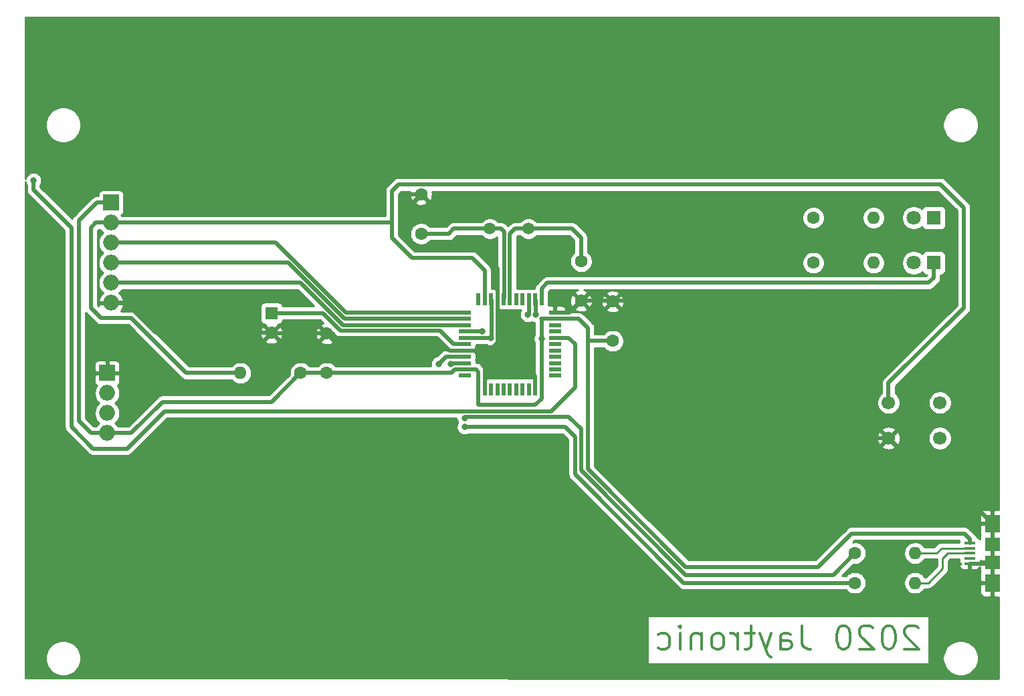
<source format=gbr>
%TF.GenerationSoftware,KiCad,Pcbnew,(5.1.6)-1*%
%TF.CreationDate,2020-10-19T15:42:45+08:00*%
%TF.ProjectId,sim,73696d2e-6b69-4636-9164-5f7063625858,rev?*%
%TF.SameCoordinates,Original*%
%TF.FileFunction,Copper,L2,Bot*%
%TF.FilePolarity,Positive*%
%FSLAX46Y46*%
G04 Gerber Fmt 4.6, Leading zero omitted, Abs format (unit mm)*
G04 Created by KiCad (PCBNEW (5.1.6)-1) date 2020-10-19 15:42:45*
%MOMM*%
%LPD*%
G01*
G04 APERTURE LIST*
%TA.AperFunction,NonConductor*%
%ADD10C,0.300000*%
%TD*%
%TA.AperFunction,ComponentPad*%
%ADD11C,1.700000*%
%TD*%
%TA.AperFunction,ComponentPad*%
%ADD12C,1.600000*%
%TD*%
%TA.AperFunction,SMDPad,CuDef*%
%ADD13R,1.500000X0.550000*%
%TD*%
%TA.AperFunction,SMDPad,CuDef*%
%ADD14R,0.550000X1.500000*%
%TD*%
%TA.AperFunction,ComponentPad*%
%ADD15C,1.500000*%
%TD*%
%TA.AperFunction,SMDPad,CuDef*%
%ADD16R,1.900000X1.800000*%
%TD*%
%TA.AperFunction,SMDPad,CuDef*%
%ADD17R,1.900000X2.300000*%
%TD*%
%TA.AperFunction,SMDPad,CuDef*%
%ADD18R,1.400000X0.400000*%
%TD*%
%TA.AperFunction,ComponentPad*%
%ADD19R,2.000000X2.000000*%
%TD*%
%TA.AperFunction,ComponentPad*%
%ADD20O,2.000000X2.000000*%
%TD*%
%TA.AperFunction,ComponentPad*%
%ADD21C,1.800000*%
%TD*%
%TA.AperFunction,ComponentPad*%
%ADD22R,1.800000X1.800000*%
%TD*%
%TA.AperFunction,ComponentPad*%
%ADD23R,1.600000X1.600000*%
%TD*%
%TA.AperFunction,ComponentPad*%
%ADD24O,1.600000X1.600000*%
%TD*%
%TA.AperFunction,ViaPad*%
%ADD25C,0.800000*%
%TD*%
%TA.AperFunction,Conductor*%
%ADD26C,0.500000*%
%TD*%
%TA.AperFunction,Conductor*%
%ADD27C,0.250000*%
%TD*%
%TA.AperFunction,Conductor*%
%ADD28C,0.254000*%
%TD*%
G04 APERTURE END LIST*
D10*
X165653571Y-105957857D02*
X165510714Y-105815000D01*
X165225000Y-105672142D01*
X164510714Y-105672142D01*
X164225000Y-105815000D01*
X164082142Y-105957857D01*
X163939285Y-106243571D01*
X163939285Y-106529285D01*
X164082142Y-106957857D01*
X165796428Y-108672142D01*
X163939285Y-108672142D01*
X162082142Y-105672142D02*
X161796428Y-105672142D01*
X161510714Y-105815000D01*
X161367857Y-105957857D01*
X161225000Y-106243571D01*
X161082142Y-106815000D01*
X161082142Y-107529285D01*
X161225000Y-108100714D01*
X161367857Y-108386428D01*
X161510714Y-108529285D01*
X161796428Y-108672142D01*
X162082142Y-108672142D01*
X162367857Y-108529285D01*
X162510714Y-108386428D01*
X162653571Y-108100714D01*
X162796428Y-107529285D01*
X162796428Y-106815000D01*
X162653571Y-106243571D01*
X162510714Y-105957857D01*
X162367857Y-105815000D01*
X162082142Y-105672142D01*
X159939285Y-105957857D02*
X159796428Y-105815000D01*
X159510714Y-105672142D01*
X158796428Y-105672142D01*
X158510714Y-105815000D01*
X158367857Y-105957857D01*
X158225000Y-106243571D01*
X158225000Y-106529285D01*
X158367857Y-106957857D01*
X160082142Y-108672142D01*
X158225000Y-108672142D01*
X156367857Y-105672142D02*
X156082142Y-105672142D01*
X155796428Y-105815000D01*
X155653571Y-105957857D01*
X155510714Y-106243571D01*
X155367857Y-106815000D01*
X155367857Y-107529285D01*
X155510714Y-108100714D01*
X155653571Y-108386428D01*
X155796428Y-108529285D01*
X156082142Y-108672142D01*
X156367857Y-108672142D01*
X156653571Y-108529285D01*
X156796428Y-108386428D01*
X156939285Y-108100714D01*
X157082142Y-107529285D01*
X157082142Y-106815000D01*
X156939285Y-106243571D01*
X156796428Y-105957857D01*
X156653571Y-105815000D01*
X156367857Y-105672142D01*
X150939285Y-105672142D02*
X150939285Y-107815000D01*
X151082142Y-108243571D01*
X151367857Y-108529285D01*
X151796428Y-108672142D01*
X152082142Y-108672142D01*
X148225000Y-108672142D02*
X148225000Y-107100714D01*
X148367857Y-106815000D01*
X148653571Y-106672142D01*
X149225000Y-106672142D01*
X149510714Y-106815000D01*
X148225000Y-108529285D02*
X148510714Y-108672142D01*
X149225000Y-108672142D01*
X149510714Y-108529285D01*
X149653571Y-108243571D01*
X149653571Y-107957857D01*
X149510714Y-107672142D01*
X149225000Y-107529285D01*
X148510714Y-107529285D01*
X148225000Y-107386428D01*
X147082142Y-106672142D02*
X146367857Y-108672142D01*
X145653571Y-106672142D02*
X146367857Y-108672142D01*
X146653571Y-109386428D01*
X146796428Y-109529285D01*
X147082142Y-109672142D01*
X144939285Y-106672142D02*
X143796428Y-106672142D01*
X144510714Y-105672142D02*
X144510714Y-108243571D01*
X144367857Y-108529285D01*
X144082142Y-108672142D01*
X143796428Y-108672142D01*
X142796428Y-108672142D02*
X142796428Y-106672142D01*
X142796428Y-107243571D02*
X142653571Y-106957857D01*
X142510714Y-106815000D01*
X142225000Y-106672142D01*
X141939285Y-106672142D01*
X140510714Y-108672142D02*
X140796428Y-108529285D01*
X140939285Y-108386428D01*
X141082142Y-108100714D01*
X141082142Y-107243571D01*
X140939285Y-106957857D01*
X140796428Y-106815000D01*
X140510714Y-106672142D01*
X140082142Y-106672142D01*
X139796428Y-106815000D01*
X139653571Y-106957857D01*
X139510714Y-107243571D01*
X139510714Y-108100714D01*
X139653571Y-108386428D01*
X139796428Y-108529285D01*
X140082142Y-108672142D01*
X140510714Y-108672142D01*
X138225000Y-106672142D02*
X138225000Y-108672142D01*
X138225000Y-106957857D02*
X138082142Y-106815000D01*
X137796428Y-106672142D01*
X137367857Y-106672142D01*
X137082142Y-106815000D01*
X136939285Y-107100714D01*
X136939285Y-108672142D01*
X135510714Y-108672142D02*
X135510714Y-106672142D01*
X135510714Y-105672142D02*
X135653571Y-105815000D01*
X135510714Y-105957857D01*
X135367857Y-105815000D01*
X135510714Y-105672142D01*
X135510714Y-105957857D01*
X132796428Y-108529285D02*
X133082142Y-108672142D01*
X133653571Y-108672142D01*
X133939285Y-108529285D01*
X134082142Y-108386428D01*
X134225000Y-108100714D01*
X134225000Y-107243571D01*
X134082142Y-106957857D01*
X133939285Y-106815000D01*
X133653571Y-106672142D01*
X133082142Y-106672142D01*
X132796428Y-106815000D01*
D11*
%TO.P,SW1,1*%
%TO.N,GND*%
X161925000Y-81915000D03*
%TO.P,SW1,3*%
%TO.N,N/C*%
X168425000Y-81915000D03*
%TO.P,SW1,2*%
%TO.N,Net-(J3-Pad2)*%
X161925000Y-77415000D03*
%TO.P,SW1,4*%
%TO.N,N/C*%
X168425000Y-77415000D03*
%TD*%
D12*
%TO.P,C2,1*%
%TO.N,Net-(C2-Pad1)*%
X102750000Y-56000000D03*
%TO.P,C2,2*%
%TO.N,GND*%
X102750000Y-51000000D03*
%TD*%
D13*
%TO.P,U1,1*%
%TO.N,Net-(U1-Pad1)*%
X108300000Y-74000000D03*
%TO.P,U1,2*%
%TO.N,+5V*%
X108300000Y-73200000D03*
%TO.P,U1,3*%
%TO.N,Net-(R2-Pad1)*%
X108300000Y-72400000D03*
%TO.P,U1,4*%
%TO.N,Net-(R1-Pad1)*%
X108300000Y-71600000D03*
%TO.P,U1,5*%
%TO.N,GND*%
X108300000Y-70800000D03*
%TO.P,U1,6*%
%TO.N,Net-(C3-Pad1)*%
X108300000Y-70000000D03*
%TO.P,U1,7*%
%TO.N,+5V*%
X108300000Y-69200000D03*
%TO.P,U1,8*%
%TO.N,Net-(D15-Pad1)*%
X108300000Y-68400000D03*
%TO.P,U1,9*%
%TO.N,Net-(J3-Pad5)*%
X108300000Y-67600000D03*
%TO.P,U1,10*%
%TO.N,Net-(J3-Pad4)*%
X108300000Y-66800000D03*
%TO.P,U1,11*%
%TO.N,Net-(J3-Pad3)*%
X108300000Y-66000000D03*
D14*
%TO.P,U1,12*%
%TO.N,Net-(U1-Pad12)*%
X110000000Y-64300000D03*
%TO.P,U1,13*%
%TO.N,Net-(J3-Pad2)*%
X110800000Y-64300000D03*
%TO.P,U1,14*%
%TO.N,+5V*%
X111600000Y-64300000D03*
%TO.P,U1,15*%
%TO.N,GND*%
X112400000Y-64300000D03*
%TO.P,U1,16*%
%TO.N,Net-(C2-Pad1)*%
X113200000Y-64300000D03*
%TO.P,U1,17*%
%TO.N,Net-(C1-Pad1)*%
X114000000Y-64300000D03*
%TO.P,U1,18*%
%TO.N,Net-(U1-Pad18)*%
X114800000Y-64300000D03*
%TO.P,U1,19*%
%TO.N,Net-(U1-Pad19)*%
X115600000Y-64300000D03*
%TO.P,U1,20*%
%TO.N,Net-(J2-Pad3)*%
X116400000Y-64300000D03*
%TO.P,U1,21*%
%TO.N,Net-(J2-Pad2)*%
X117200000Y-64300000D03*
%TO.P,U1,22*%
%TO.N,Net-(D16-Pad1)*%
X118000000Y-64300000D03*
D13*
%TO.P,U1,23*%
%TO.N,GND*%
X119700000Y-66000000D03*
%TO.P,U1,24*%
%TO.N,+5V*%
X119700000Y-66800000D03*
%TO.P,U1,25*%
%TO.N,Net-(U1-Pad25)*%
X119700000Y-67600000D03*
%TO.P,U1,26*%
%TO.N,Net-(U1-Pad26)*%
X119700000Y-68400000D03*
%TO.P,U1,27*%
%TO.N,Net-(D1-Pad4)*%
X119700000Y-69200000D03*
%TO.P,U1,28*%
%TO.N,Net-(U1-Pad28)*%
X119700000Y-70000000D03*
%TO.P,U1,29*%
%TO.N,Net-(U1-Pad29)*%
X119700000Y-70800000D03*
%TO.P,U1,30*%
%TO.N,Net-(U1-Pad30)*%
X119700000Y-71600000D03*
%TO.P,U1,31*%
%TO.N,Net-(U1-Pad31)*%
X119700000Y-72400000D03*
%TO.P,U1,32*%
%TO.N,Net-(U1-Pad32)*%
X119700000Y-73200000D03*
%TO.P,U1,33*%
%TO.N,Net-(U1-Pad33)*%
X119700000Y-74000000D03*
D14*
%TO.P,U1,34*%
%TO.N,+5V*%
X118000000Y-75700000D03*
%TO.P,U1,35*%
%TO.N,GND*%
X117200000Y-75700000D03*
%TO.P,U1,36*%
%TO.N,Net-(U1-Pad36)*%
X116400000Y-75700000D03*
%TO.P,U1,37*%
%TO.N,Net-(U1-Pad37)*%
X115600000Y-75700000D03*
%TO.P,U1,38*%
%TO.N,Net-(U1-Pad38)*%
X114800000Y-75700000D03*
%TO.P,U1,39*%
%TO.N,Net-(U1-Pad39)*%
X114000000Y-75700000D03*
%TO.P,U1,40*%
%TO.N,Net-(U1-Pad40)*%
X113200000Y-75700000D03*
%TO.P,U1,41*%
%TO.N,Net-(U1-Pad41)*%
X112400000Y-75700000D03*
%TO.P,U1,42*%
%TO.N,Net-(U1-Pad42)*%
X111600000Y-75700000D03*
%TO.P,U1,43*%
%TO.N,GND*%
X110800000Y-75700000D03*
%TO.P,U1,44*%
%TO.N,+5V*%
X110000000Y-75700000D03*
%TD*%
D15*
%TO.P,Y1,1*%
%TO.N,Net-(C1-Pad1)*%
X116332000Y-55372000D03*
%TO.P,Y1,2*%
%TO.N,Net-(C2-Pad1)*%
X111452000Y-55372000D03*
%TD*%
D16*
%TO.P,J1,6*%
%TO.N,GND*%
X175050000Y-97650000D03*
X175050000Y-95350000D03*
D17*
X175050000Y-100250000D03*
X175050000Y-92750000D03*
D18*
%TO.P,J1,5*%
X172200000Y-97800000D03*
%TO.P,J1,4*%
%TO.N,Net-(J1-Pad4)*%
X172200000Y-97150000D03*
%TO.P,J1,3*%
%TO.N,Net-(J1-Pad3)*%
X172200000Y-96500000D03*
%TO.P,J1,2*%
%TO.N,Net-(J1-Pad2)*%
X172200000Y-95850000D03*
%TO.P,J1,1*%
%TO.N,+5V*%
X172200000Y-95200000D03*
%TD*%
D19*
%TO.P,J2,1*%
%TO.N,GND*%
X63000000Y-73660000D03*
D20*
%TO.P,J2,2*%
%TO.N,Net-(J2-Pad2)*%
X63000000Y-76200000D03*
%TO.P,J2,3*%
%TO.N,Net-(J2-Pad3)*%
X63000000Y-78740000D03*
%TO.P,J2,4*%
%TO.N,+5V*%
X63000000Y-81280000D03*
%TD*%
D19*
%TO.P,J3,1*%
%TO.N,+5V*%
X63500000Y-52070000D03*
D20*
%TO.P,J3,2*%
%TO.N,Net-(J3-Pad2)*%
X63500000Y-54610000D03*
%TO.P,J3,3*%
%TO.N,Net-(J3-Pad3)*%
X63500000Y-57150000D03*
%TO.P,J3,4*%
%TO.N,Net-(J3-Pad4)*%
X63500000Y-59690000D03*
%TO.P,J3,5*%
%TO.N,Net-(J3-Pad5)*%
X63500000Y-62230000D03*
%TO.P,J3,6*%
%TO.N,GND*%
X63500000Y-64770000D03*
%TD*%
D12*
%TO.P,C1,1*%
%TO.N,Net-(C1-Pad1)*%
X123000000Y-59500000D03*
%TO.P,C1,2*%
%TO.N,GND*%
X123000000Y-64500000D03*
%TD*%
D21*
%TO.P,D15,2*%
%TO.N,Net-(D15-Pad2)*%
X165100000Y-53975000D03*
D22*
%TO.P,D15,1*%
%TO.N,Net-(D15-Pad1)*%
X167640000Y-53975000D03*
%TD*%
%TO.P,D16,1*%
%TO.N,Net-(D16-Pad1)*%
X167640000Y-59690000D03*
D21*
%TO.P,D16,2*%
%TO.N,Net-(D16-Pad2)*%
X165100000Y-59690000D03*
%TD*%
D23*
%TO.P,C3,1*%
%TO.N,Net-(C3-Pad1)*%
X83820000Y-66080000D03*
D12*
%TO.P,C3,2*%
%TO.N,GND*%
X83820000Y-68580000D03*
%TD*%
%TO.P,C4,2*%
%TO.N,GND*%
X90805000Y-68660000D03*
%TO.P,C4,1*%
%TO.N,+5V*%
X90805000Y-73660000D03*
%TD*%
%TO.P,C5,1*%
%TO.N,+5V*%
X127000000Y-69596000D03*
%TO.P,C5,2*%
%TO.N,GND*%
X127000000Y-64596000D03*
%TD*%
%TO.P,R1,1*%
%TO.N,Net-(R1-Pad1)*%
X157670000Y-100250000D03*
D24*
%TO.P,R1,2*%
%TO.N,Net-(J1-Pad3)*%
X165290000Y-100250000D03*
%TD*%
%TO.P,R2,2*%
%TO.N,Net-(J1-Pad2)*%
X165290000Y-96500000D03*
D12*
%TO.P,R2,1*%
%TO.N,Net-(R2-Pad1)*%
X157670000Y-96500000D03*
%TD*%
%TO.P,R3,1*%
%TO.N,+5V*%
X87500000Y-73660000D03*
D24*
%TO.P,R3,2*%
%TO.N,Net-(J3-Pad2)*%
X79880000Y-73660000D03*
%TD*%
%TO.P,R4,2*%
%TO.N,Net-(D15-Pad2)*%
X160020000Y-53975000D03*
D12*
%TO.P,R4,1*%
%TO.N,+5V*%
X152400000Y-53975000D03*
%TD*%
%TO.P,R5,1*%
%TO.N,+5V*%
X152400000Y-59690000D03*
D24*
%TO.P,R5,2*%
%TO.N,Net-(D16-Pad2)*%
X160020000Y-59690000D03*
%TD*%
D25*
%TO.N,+5V*%
X111550000Y-69200000D03*
X118000000Y-69325000D03*
%TO.N,Net-(D1-Pad4)*%
X53682000Y-49250000D03*
%TO.N,Net-(D15-Pad1)*%
X110490000Y-68350000D03*
%TO.N,Net-(J2-Pad2)*%
X117250000Y-66250000D03*
%TO.N,Net-(J2-Pad3)*%
X116250000Y-66250000D03*
%TO.N,Net-(R1-Pad1)*%
X105000000Y-72500000D03*
X108250000Y-80500000D03*
%TO.N,Net-(R2-Pad1)*%
X108250000Y-79350000D03*
X106500000Y-72500000D03*
%TD*%
D26*
%TO.N,Net-(C1-Pad1)*%
X123000000Y-56500000D02*
X123000000Y-59500000D01*
X116332000Y-55372000D02*
X121872000Y-55372000D01*
X121872000Y-55372000D02*
X123000000Y-56500000D01*
X114628000Y-55372000D02*
X116332000Y-55372000D01*
X114000000Y-64300000D02*
X114000000Y-56000000D01*
X114000000Y-56000000D02*
X114628000Y-55372000D01*
%TO.N,GND*%
X110800000Y-74112000D02*
X110800000Y-75700000D01*
D27*
X175050000Y-100250000D02*
X175050000Y-97650000D01*
X175050000Y-97650000D02*
X175050000Y-95350000D01*
X175050000Y-95350000D02*
X175050000Y-92750000D01*
D26*
X121500000Y-66000000D02*
X123000000Y-64500000D01*
X119700000Y-66000000D02*
X121500000Y-66000000D01*
X102809000Y-50941000D02*
X102750000Y-51000000D01*
X112400000Y-64300000D02*
X112400000Y-60400000D01*
X112400000Y-60400000D02*
X110000000Y-58000000D01*
X110000000Y-58000000D02*
X102000000Y-58000000D01*
X102000000Y-58000000D02*
X100250000Y-56250000D01*
X100250000Y-56250000D02*
X100250000Y-51500000D01*
X100750000Y-51000000D02*
X102750000Y-51000000D01*
X100250000Y-51500000D02*
X100750000Y-51000000D01*
X174900000Y-97800000D02*
X175050000Y-97650000D01*
X172200000Y-97800000D02*
X174900000Y-97800000D01*
X175050000Y-100250000D02*
X175050000Y-92750000D01*
X112400000Y-69845000D02*
X112400000Y-64300000D01*
X111445000Y-70800000D02*
X112400000Y-69845000D01*
X110800000Y-70810000D02*
X110810000Y-70800000D01*
X108300000Y-70800000D02*
X110810000Y-70800000D01*
X110810000Y-70800000D02*
X111445000Y-70800000D01*
X117200000Y-75700000D02*
X117200000Y-74020000D01*
X116530000Y-73350000D02*
X110800000Y-73350000D01*
X117200000Y-74020000D02*
X116530000Y-73350000D01*
X110800000Y-74112000D02*
X110800000Y-73350000D01*
X110800000Y-73350000D02*
X110800000Y-70810000D01*
X123000000Y-64500000D02*
X155940000Y-64500000D01*
X155940000Y-64500000D02*
X159385000Y-67945000D01*
X159385000Y-67945000D02*
X159385000Y-81280000D01*
X160020000Y-81915000D02*
X161925000Y-81915000D01*
X159385000Y-81280000D02*
X160020000Y-81915000D01*
X161925000Y-81915000D02*
X163195000Y-83185000D01*
X165485000Y-83185000D02*
X175050000Y-92750000D01*
X163195000Y-83185000D02*
X165485000Y-83185000D01*
X83900000Y-68660000D02*
X83820000Y-68580000D01*
X90170000Y-68660000D02*
X83900000Y-68660000D01*
X83820000Y-68580000D02*
X69215000Y-68580000D01*
X65405000Y-64770000D02*
X63500000Y-64770000D01*
X69215000Y-68580000D02*
X65405000Y-64770000D01*
X108300000Y-70800000D02*
X106360000Y-70800000D01*
X106360000Y-70800000D02*
X104775000Y-69215000D01*
X104775000Y-69215000D02*
X92075000Y-69215000D01*
X91520000Y-68660000D02*
X90170000Y-68660000D01*
X92075000Y-69215000D02*
X91520000Y-68660000D01*
%TO.N,Net-(C2-Pad1)*%
X102750000Y-56000000D02*
X106250000Y-56000000D01*
X106878000Y-55372000D02*
X111452000Y-55372000D01*
X106250000Y-56000000D02*
X106878000Y-55372000D01*
X113200000Y-64200000D02*
X113250000Y-64150000D01*
X113200000Y-64300000D02*
X113200000Y-64200000D01*
X113250000Y-64150000D02*
X113250000Y-55750000D01*
X112872000Y-55372000D02*
X111452000Y-55372000D01*
X113250000Y-55750000D02*
X112872000Y-55372000D01*
%TO.N,Net-(C3-Pad1)*%
X92550006Y-68300010D02*
X105130010Y-68300010D01*
X105130010Y-68300010D02*
X106830000Y-70000000D01*
X83820000Y-66080000D02*
X90329997Y-66080000D01*
X106830000Y-70000000D02*
X108300000Y-70000000D01*
X90329997Y-66080000D02*
X92550006Y-68300010D01*
%TO.N,+5V*%
X63000000Y-81280000D02*
X60960000Y-81280000D01*
X60960000Y-81280000D02*
X59436000Y-79756000D01*
X59436000Y-79756000D02*
X59436000Y-54356000D01*
X61722000Y-52070000D02*
X63500000Y-52070000D01*
X59436000Y-54356000D02*
X61722000Y-52070000D01*
X63500000Y-52070000D02*
X63500000Y-52324000D01*
X108300000Y-69200000D02*
X111648000Y-69200000D01*
X110000000Y-77698000D02*
X109974000Y-77724000D01*
X110000000Y-75700000D02*
X110000000Y-77698000D01*
X110000000Y-75700000D02*
X110000000Y-73500000D01*
X109700000Y-73200000D02*
X108300000Y-73200000D01*
X110000000Y-73500000D02*
X109700000Y-73200000D01*
X119700000Y-66800000D02*
X117950000Y-66800000D01*
X118000000Y-66850000D02*
X117950000Y-66800000D01*
X119700000Y-66800000D02*
X122680000Y-66800000D01*
X123852001Y-67972001D02*
X122680000Y-66800000D01*
X136250000Y-98250000D02*
X123852001Y-85852001D01*
X171500000Y-94000000D02*
X157250000Y-94000000D01*
X172200000Y-94700000D02*
X171500000Y-94000000D01*
X172200000Y-95200000D02*
X172200000Y-94700000D01*
X157250000Y-94000000D02*
X153000000Y-98250000D01*
X153000000Y-98250000D02*
X136250000Y-98250000D01*
X111648000Y-64398000D02*
X111648000Y-69200000D01*
X111600000Y-64350000D02*
X111648000Y-64398000D01*
X111600000Y-64300000D02*
X111600000Y-64350000D01*
X118000000Y-75700000D02*
X118000000Y-73000000D01*
X111648000Y-69200000D02*
X111550000Y-69200000D01*
X118000000Y-73000000D02*
X118000000Y-69325000D01*
X118000000Y-69325000D02*
X118000000Y-66850000D01*
X109974000Y-77724000D02*
X117221000Y-77724000D01*
X118000000Y-76945000D02*
X118000000Y-75700000D01*
X117221000Y-77724000D02*
X118000000Y-76945000D01*
X106590000Y-73660000D02*
X90170000Y-73660000D01*
X107050000Y-73200000D02*
X106590000Y-73660000D01*
X108300000Y-73200000D02*
X107050000Y-73200000D01*
X87500000Y-73660000D02*
X90170000Y-73660000D01*
X87500000Y-73660000D02*
X83820000Y-77340000D01*
X83820000Y-77340000D02*
X69980000Y-77340000D01*
X66040000Y-81280000D02*
X63000000Y-81280000D01*
X69980000Y-77340000D02*
X66040000Y-81280000D01*
X123952000Y-69596000D02*
X123852001Y-69695999D01*
X127000000Y-69596000D02*
X123952000Y-69596000D01*
X123852001Y-85852001D02*
X123852001Y-69695999D01*
X123852001Y-69695999D02*
X123852001Y-67972001D01*
%TO.N,Net-(D1-Pad4)*%
X53682000Y-49250000D02*
X53682000Y-50432000D01*
X53682000Y-50432000D02*
X58500000Y-55250000D01*
X58500000Y-55250000D02*
X58500000Y-80500000D01*
X58500000Y-80500000D02*
X61250000Y-83250000D01*
X61250000Y-83250000D02*
X65500000Y-83250000D01*
X65500000Y-83250000D02*
X70250000Y-78500000D01*
X70250000Y-78500000D02*
X119250000Y-78500000D01*
X119250000Y-78500000D02*
X122250000Y-75500000D01*
X122250000Y-75500000D02*
X122250000Y-70000000D01*
X121450000Y-69200000D02*
X119700000Y-69200000D01*
X122250000Y-70000000D02*
X121450000Y-69200000D01*
%TO.N,Net-(D15-Pad1)*%
X108350000Y-68350000D02*
X108300000Y-68400000D01*
X110490000Y-68350000D02*
X108350000Y-68350000D01*
%TO.N,Net-(D16-Pad1)*%
X118745000Y-62230000D02*
X167005000Y-62230000D01*
X167640000Y-61595000D02*
X167640000Y-59690000D01*
X118000000Y-64300000D02*
X118000000Y-62975000D01*
X167005000Y-62230000D02*
X167640000Y-61595000D01*
X118000000Y-62975000D02*
X118745000Y-62230000D01*
D27*
%TO.N,Net-(J1-Pad2)*%
X172200000Y-95850000D02*
X168627500Y-95850000D01*
X167977500Y-96500000D02*
X165290000Y-96500000D01*
X168627500Y-95850000D02*
X167977500Y-96500000D01*
%TO.N,Net-(J1-Pad3)*%
X165290000Y-100250000D02*
X166958000Y-100250000D01*
X166958000Y-100250000D02*
X168783000Y-98425000D01*
X168783000Y-98425000D02*
X168783000Y-97155000D01*
X169438000Y-96500000D02*
X172200000Y-96500000D01*
X168783000Y-97155000D02*
X169438000Y-96500000D01*
D26*
%TO.N,Net-(J2-Pad2)*%
X117250000Y-64350000D02*
X117200000Y-64300000D01*
X117250000Y-66250000D02*
X117250000Y-64350000D01*
%TO.N,Net-(J2-Pad3)*%
X116400000Y-66100000D02*
X116400000Y-64300000D01*
X116250000Y-66250000D02*
X116400000Y-66100000D01*
%TO.N,Net-(J3-Pad2)*%
X110800000Y-64300000D02*
X110800000Y-62800000D01*
X99060000Y-56515000D02*
X101600000Y-59055000D01*
X101600000Y-59055000D02*
X109220000Y-59055000D01*
X110800000Y-60635000D02*
X110800000Y-62800000D01*
X109220000Y-59055000D02*
X110800000Y-60635000D01*
X64914213Y-54610000D02*
X99060000Y-54610000D01*
X63500000Y-54610000D02*
X64914213Y-54610000D01*
X99060000Y-54610000D02*
X99060000Y-56515000D01*
X99060000Y-50604998D02*
X99060000Y-54610000D01*
X161925000Y-77415000D02*
X161925000Y-74930000D01*
X161925000Y-74930000D02*
X171450000Y-65405000D01*
X171450000Y-52705000D02*
X168494999Y-49749999D01*
X168494999Y-49749999D02*
X99914999Y-49749999D01*
X99914999Y-49749999D02*
X99060000Y-50604998D01*
X171450000Y-65405000D02*
X171450000Y-52705000D01*
X61595000Y-54610000D02*
X63500000Y-54610000D01*
X60960000Y-55245000D02*
X61595000Y-54610000D01*
X73025000Y-73660000D02*
X66040000Y-66675000D01*
X79880000Y-73660000D02*
X73025000Y-73660000D01*
X66040000Y-66675000D02*
X62230000Y-66675000D01*
X60960000Y-65405000D02*
X60960000Y-55245000D01*
X62230000Y-66675000D02*
X60960000Y-65405000D01*
%TO.N,Net-(J3-Pad3)*%
X84369884Y-57150000D02*
X63500000Y-57150000D01*
X93219884Y-66000000D02*
X84369884Y-57150000D01*
X108300000Y-66000000D02*
X93219884Y-66000000D01*
%TO.N,Net-(J3-Pad4)*%
X85919922Y-59690000D02*
X63500000Y-59690000D01*
X93029922Y-66800000D02*
X85919922Y-59690000D01*
X108300000Y-66800000D02*
X93029922Y-66800000D01*
%TO.N,Net-(J3-Pad5)*%
X87469959Y-62230000D02*
X63500000Y-62230000D01*
X92839959Y-67600000D02*
X87469959Y-62230000D01*
X108300000Y-67600000D02*
X92839959Y-67600000D01*
%TO.N,Net-(R1-Pad1)*%
X108300000Y-71600000D02*
X105900000Y-71600000D01*
X105900000Y-71600000D02*
X105000000Y-72500000D01*
X108250000Y-80500000D02*
X121000000Y-80500000D01*
X121000000Y-80500000D02*
X122250000Y-81750000D01*
X122250000Y-81750000D02*
X122250000Y-86500000D01*
X136000000Y-100250000D02*
X157670000Y-100250000D01*
X122250000Y-86500000D02*
X136000000Y-100250000D01*
%TO.N,Net-(R2-Pad1)*%
X157670000Y-96500000D02*
X154920000Y-99250000D01*
X136260038Y-99250000D02*
X123000000Y-85989962D01*
X154920000Y-99250000D02*
X136260038Y-99250000D01*
X123000000Y-85989962D02*
X123000000Y-80750000D01*
X123000000Y-80750000D02*
X121450010Y-79200010D01*
X121450010Y-79200010D02*
X108399990Y-79200010D01*
X108399990Y-79200010D02*
X108250000Y-79350000D01*
X106600000Y-72400000D02*
X108300000Y-72400000D01*
X106500000Y-72500000D02*
X106600000Y-72400000D01*
%TD*%
D28*
%TO.N,GND*%
G36*
X175870001Y-90962529D02*
G01*
X175335750Y-90965000D01*
X175177000Y-91123750D01*
X175177000Y-92623000D01*
X175197000Y-92623000D01*
X175197000Y-92877000D01*
X175177000Y-92877000D01*
X175177000Y-95223000D01*
X175197000Y-95223000D01*
X175197000Y-95477000D01*
X175177000Y-95477000D01*
X175177000Y-97523000D01*
X175197000Y-97523000D01*
X175197000Y-97777000D01*
X175177000Y-97777000D01*
X175177000Y-100123000D01*
X175197000Y-100123000D01*
X175197000Y-100377000D01*
X175177000Y-100377000D01*
X175177000Y-101876250D01*
X175335750Y-102035000D01*
X175870001Y-102037471D01*
X175870001Y-112369841D01*
X52660000Y-112340160D01*
X52660000Y-109576521D01*
X55180979Y-109576521D01*
X55180979Y-110023479D01*
X55268176Y-110461849D01*
X55439220Y-110874785D01*
X55687536Y-111246417D01*
X56003583Y-111562464D01*
X56375215Y-111810780D01*
X56788151Y-111981824D01*
X57226521Y-112069021D01*
X57673479Y-112069021D01*
X58111849Y-111981824D01*
X58524785Y-111810780D01*
X58896417Y-111562464D01*
X59212464Y-111246417D01*
X59460780Y-110874785D01*
X59631824Y-110461849D01*
X59719021Y-110023479D01*
X59719021Y-109576521D01*
X59631824Y-109138151D01*
X59460780Y-108725215D01*
X59212464Y-108353583D01*
X58896417Y-108037536D01*
X58524785Y-107789220D01*
X58111849Y-107618176D01*
X57673479Y-107530979D01*
X57226521Y-107530979D01*
X56788151Y-107618176D01*
X56375215Y-107789220D01*
X56003583Y-108037536D01*
X55687536Y-108353583D01*
X55439220Y-108725215D01*
X55268176Y-109138151D01*
X55180979Y-109576521D01*
X52660000Y-109576521D01*
X52660000Y-104445000D01*
X131440000Y-104445000D01*
X131440000Y-110515000D01*
X167010000Y-110515000D01*
X167010000Y-109576521D01*
X168780979Y-109576521D01*
X168780979Y-110023479D01*
X168868176Y-110461849D01*
X169039220Y-110874785D01*
X169287536Y-111246417D01*
X169603583Y-111562464D01*
X169975215Y-111810780D01*
X170388151Y-111981824D01*
X170826521Y-112069021D01*
X171273479Y-112069021D01*
X171711849Y-111981824D01*
X172124785Y-111810780D01*
X172496417Y-111562464D01*
X172812464Y-111246417D01*
X173060780Y-110874785D01*
X173231824Y-110461849D01*
X173319021Y-110023479D01*
X173319021Y-109576521D01*
X173231824Y-109138151D01*
X173060780Y-108725215D01*
X172812464Y-108353583D01*
X172496417Y-108037536D01*
X172124785Y-107789220D01*
X171711849Y-107618176D01*
X171273479Y-107530979D01*
X170826521Y-107530979D01*
X170388151Y-107618176D01*
X169975215Y-107789220D01*
X169603583Y-108037536D01*
X169287536Y-108353583D01*
X169039220Y-108725215D01*
X168868176Y-109138151D01*
X168780979Y-109576521D01*
X167010000Y-109576521D01*
X167010000Y-104445000D01*
X131440000Y-104445000D01*
X52660000Y-104445000D01*
X52660000Y-49417295D01*
X52686774Y-49551898D01*
X52764795Y-49740256D01*
X52797000Y-49788455D01*
X52797001Y-50388522D01*
X52792719Y-50432000D01*
X52809805Y-50605490D01*
X52860412Y-50772313D01*
X52942590Y-50926059D01*
X53025468Y-51027046D01*
X53025471Y-51027049D01*
X53053184Y-51060817D01*
X53086952Y-51088530D01*
X57615000Y-55616579D01*
X57615001Y-80456521D01*
X57610719Y-80500000D01*
X57627805Y-80673490D01*
X57678412Y-80840313D01*
X57760590Y-80994059D01*
X57843468Y-81095046D01*
X57843471Y-81095049D01*
X57871184Y-81128817D01*
X57904951Y-81156529D01*
X60593470Y-83845049D01*
X60621183Y-83878817D01*
X60654951Y-83906530D01*
X60654953Y-83906532D01*
X60726452Y-83965210D01*
X60755941Y-83989411D01*
X60909687Y-84071589D01*
X61076510Y-84122195D01*
X61206523Y-84135000D01*
X61206533Y-84135000D01*
X61249999Y-84139281D01*
X61293465Y-84135000D01*
X65456531Y-84135000D01*
X65500000Y-84139281D01*
X65543469Y-84135000D01*
X65543477Y-84135000D01*
X65673490Y-84122195D01*
X65840313Y-84071589D01*
X65994059Y-83989411D01*
X66128817Y-83878817D01*
X66156534Y-83845044D01*
X70616579Y-79385000D01*
X107215000Y-79385000D01*
X107215000Y-79451939D01*
X107254774Y-79651898D01*
X107332795Y-79840256D01*
X107389419Y-79925000D01*
X107332795Y-80009744D01*
X107254774Y-80198102D01*
X107215000Y-80398061D01*
X107215000Y-80601939D01*
X107254774Y-80801898D01*
X107332795Y-80990256D01*
X107446063Y-81159774D01*
X107590226Y-81303937D01*
X107759744Y-81417205D01*
X107948102Y-81495226D01*
X108148061Y-81535000D01*
X108351939Y-81535000D01*
X108551898Y-81495226D01*
X108740256Y-81417205D01*
X108788454Y-81385000D01*
X120633422Y-81385000D01*
X121365000Y-82116579D01*
X121365001Y-86456521D01*
X121360719Y-86500000D01*
X121377805Y-86673490D01*
X121428412Y-86840313D01*
X121510590Y-86994059D01*
X121593468Y-87095046D01*
X121593471Y-87095049D01*
X121621184Y-87128817D01*
X121654952Y-87156530D01*
X135343470Y-100845049D01*
X135371183Y-100878817D01*
X135404951Y-100906530D01*
X135404953Y-100906532D01*
X135433216Y-100929727D01*
X135505941Y-100989411D01*
X135659687Y-101071589D01*
X135826510Y-101122195D01*
X135956523Y-101135000D01*
X135956533Y-101135000D01*
X135999999Y-101139281D01*
X136043465Y-101135000D01*
X156535479Y-101135000D01*
X156555363Y-101164759D01*
X156755241Y-101364637D01*
X156990273Y-101521680D01*
X157251426Y-101629853D01*
X157528665Y-101685000D01*
X157811335Y-101685000D01*
X158088574Y-101629853D01*
X158349727Y-101521680D01*
X158584759Y-101364637D01*
X158784637Y-101164759D01*
X158941680Y-100929727D01*
X159049853Y-100668574D01*
X159105000Y-100391335D01*
X159105000Y-100108665D01*
X159049853Y-99831426D01*
X158941680Y-99570273D01*
X158784637Y-99335241D01*
X158584759Y-99135363D01*
X158349727Y-98978320D01*
X158088574Y-98870147D01*
X157811335Y-98815000D01*
X157528665Y-98815000D01*
X157251426Y-98870147D01*
X156990273Y-98978320D01*
X156755241Y-99135363D01*
X156555363Y-99335241D01*
X156535479Y-99365000D01*
X156056578Y-99365000D01*
X157493561Y-97928017D01*
X157528665Y-97935000D01*
X157811335Y-97935000D01*
X158088574Y-97879853D01*
X158349727Y-97771680D01*
X158584759Y-97614637D01*
X158784637Y-97414759D01*
X158941680Y-97179727D01*
X159049853Y-96918574D01*
X159105000Y-96641335D01*
X159105000Y-96358665D01*
X159049853Y-96081426D01*
X158941680Y-95820273D01*
X158784637Y-95585241D01*
X158584759Y-95385363D01*
X158349727Y-95228320D01*
X158088574Y-95120147D01*
X157811335Y-95065000D01*
X157528665Y-95065000D01*
X157413713Y-95087866D01*
X157616579Y-94885000D01*
X170873254Y-94885000D01*
X170861928Y-95000000D01*
X170861928Y-95090000D01*
X168664823Y-95090000D01*
X168627500Y-95086324D01*
X168590177Y-95090000D01*
X168590167Y-95090000D01*
X168478514Y-95100997D01*
X168335253Y-95144454D01*
X168203224Y-95215026D01*
X168087499Y-95309999D01*
X168063700Y-95338998D01*
X167662699Y-95740000D01*
X166508043Y-95740000D01*
X166404637Y-95585241D01*
X166204759Y-95385363D01*
X165969727Y-95228320D01*
X165708574Y-95120147D01*
X165431335Y-95065000D01*
X165148665Y-95065000D01*
X164871426Y-95120147D01*
X164610273Y-95228320D01*
X164375241Y-95385363D01*
X164175363Y-95585241D01*
X164018320Y-95820273D01*
X163910147Y-96081426D01*
X163855000Y-96358665D01*
X163855000Y-96641335D01*
X163910147Y-96918574D01*
X164018320Y-97179727D01*
X164175363Y-97414759D01*
X164375241Y-97614637D01*
X164610273Y-97771680D01*
X164871426Y-97879853D01*
X165148665Y-97935000D01*
X165431335Y-97935000D01*
X165708574Y-97879853D01*
X165969727Y-97771680D01*
X166204759Y-97614637D01*
X166404637Y-97414759D01*
X166508043Y-97260000D01*
X167940178Y-97260000D01*
X167977500Y-97263676D01*
X168014822Y-97260000D01*
X168014833Y-97260000D01*
X168023001Y-97259196D01*
X168023000Y-98110198D01*
X166643199Y-99490000D01*
X166508043Y-99490000D01*
X166404637Y-99335241D01*
X166204759Y-99135363D01*
X165969727Y-98978320D01*
X165708574Y-98870147D01*
X165431335Y-98815000D01*
X165148665Y-98815000D01*
X164871426Y-98870147D01*
X164610273Y-98978320D01*
X164375241Y-99135363D01*
X164175363Y-99335241D01*
X164018320Y-99570273D01*
X163910147Y-99831426D01*
X163855000Y-100108665D01*
X163855000Y-100391335D01*
X163910147Y-100668574D01*
X164018320Y-100929727D01*
X164175363Y-101164759D01*
X164375241Y-101364637D01*
X164610273Y-101521680D01*
X164871426Y-101629853D01*
X165148665Y-101685000D01*
X165431335Y-101685000D01*
X165708574Y-101629853D01*
X165969727Y-101521680D01*
X166151834Y-101400000D01*
X173461928Y-101400000D01*
X173474188Y-101524482D01*
X173510498Y-101644180D01*
X173569463Y-101754494D01*
X173648815Y-101851185D01*
X173745506Y-101930537D01*
X173855820Y-101989502D01*
X173975518Y-102025812D01*
X174100000Y-102038072D01*
X174764250Y-102035000D01*
X174923000Y-101876250D01*
X174923000Y-100377000D01*
X173623750Y-100377000D01*
X173465000Y-100535750D01*
X173461928Y-101400000D01*
X166151834Y-101400000D01*
X166204759Y-101364637D01*
X166404637Y-101164759D01*
X166508043Y-101010000D01*
X166920678Y-101010000D01*
X166958000Y-101013676D01*
X166995322Y-101010000D01*
X166995333Y-101010000D01*
X167106986Y-100999003D01*
X167250247Y-100955546D01*
X167382276Y-100884974D01*
X167498001Y-100790001D01*
X167521804Y-100760997D01*
X169294004Y-98988798D01*
X169323001Y-98965001D01*
X169417974Y-98849276D01*
X169488546Y-98717247D01*
X169532003Y-98573986D01*
X169543000Y-98462333D01*
X169543000Y-98462325D01*
X169546676Y-98425000D01*
X169543000Y-98387675D01*
X169543000Y-97469801D01*
X169752802Y-97260000D01*
X170861928Y-97260000D01*
X170861928Y-97350000D01*
X170874188Y-97474482D01*
X170874971Y-97477064D01*
X170865000Y-97568250D01*
X170932968Y-97636218D01*
X170969463Y-97704494D01*
X171048815Y-97801185D01*
X171136322Y-97873000D01*
X171023750Y-97873000D01*
X170865000Y-98031750D01*
X170876206Y-98134229D01*
X170914379Y-98253346D01*
X170975057Y-98362727D01*
X171055908Y-98458169D01*
X171153826Y-98536003D01*
X171265046Y-98593239D01*
X171385296Y-98627677D01*
X171509954Y-98637994D01*
X171914250Y-98635000D01*
X172073000Y-98476250D01*
X172073000Y-97988072D01*
X172327000Y-97988072D01*
X172327000Y-98476250D01*
X172485750Y-98635000D01*
X172890046Y-98637994D01*
X173014704Y-98627677D01*
X173134954Y-98593239D01*
X173246174Y-98536003D01*
X173344092Y-98458169D01*
X173424943Y-98362727D01*
X173463210Y-98293746D01*
X173461928Y-98550000D01*
X173474188Y-98674482D01*
X173510498Y-98794180D01*
X173526972Y-98825000D01*
X173510498Y-98855820D01*
X173474188Y-98975518D01*
X173461928Y-99100000D01*
X173465000Y-99964250D01*
X173623750Y-100123000D01*
X174923000Y-100123000D01*
X174923000Y-97777000D01*
X173623750Y-97777000D01*
X173465000Y-97935750D01*
X173464871Y-97961621D01*
X173376250Y-97873000D01*
X173263678Y-97873000D01*
X173351185Y-97801185D01*
X173430537Y-97704494D01*
X173467032Y-97636218D01*
X173535000Y-97568250D01*
X173525029Y-97477064D01*
X173525812Y-97474482D01*
X173530243Y-97429493D01*
X173623750Y-97523000D01*
X174923000Y-97523000D01*
X174923000Y-95477000D01*
X174903000Y-95477000D01*
X174903000Y-95223000D01*
X174923000Y-95223000D01*
X174923000Y-92877000D01*
X173623750Y-92877000D01*
X173465000Y-93035750D01*
X173461928Y-93900000D01*
X173474188Y-94024482D01*
X173510498Y-94144180D01*
X173526972Y-94175000D01*
X173510498Y-94205820D01*
X173474188Y-94325518D01*
X173461928Y-94450000D01*
X173463211Y-94706635D01*
X173430537Y-94645506D01*
X173351185Y-94548815D01*
X173254494Y-94469463D01*
X173144180Y-94410498D01*
X173026141Y-94374691D01*
X173021589Y-94359687D01*
X172939411Y-94205941D01*
X172828817Y-94071183D01*
X172795049Y-94043470D01*
X172156534Y-93404956D01*
X172128817Y-93371183D01*
X171994059Y-93260589D01*
X171840313Y-93178411D01*
X171673490Y-93127805D01*
X171543477Y-93115000D01*
X171543469Y-93115000D01*
X171500000Y-93110719D01*
X171456531Y-93115000D01*
X157293469Y-93115000D01*
X157250000Y-93110719D01*
X157206531Y-93115000D01*
X157206523Y-93115000D01*
X157076510Y-93127805D01*
X156909686Y-93178411D01*
X156755941Y-93260589D01*
X156654953Y-93343468D01*
X156654951Y-93343470D01*
X156621183Y-93371183D01*
X156593470Y-93404951D01*
X152633422Y-97365000D01*
X136616579Y-97365000D01*
X130851579Y-91600000D01*
X173461928Y-91600000D01*
X173465000Y-92464250D01*
X173623750Y-92623000D01*
X174923000Y-92623000D01*
X174923000Y-91123750D01*
X174764250Y-90965000D01*
X174100000Y-90961928D01*
X173975518Y-90974188D01*
X173855820Y-91010498D01*
X173745506Y-91069463D01*
X173648815Y-91148815D01*
X173569463Y-91245506D01*
X173510498Y-91355820D01*
X173474188Y-91475518D01*
X173461928Y-91600000D01*
X130851579Y-91600000D01*
X124737001Y-85485423D01*
X124737001Y-82943397D01*
X161076208Y-82943397D01*
X161153843Y-83192472D01*
X161417883Y-83318371D01*
X161701411Y-83390339D01*
X161993531Y-83405611D01*
X162283019Y-83363599D01*
X162558747Y-83265919D01*
X162696157Y-83192472D01*
X162773792Y-82943397D01*
X161925000Y-82094605D01*
X161076208Y-82943397D01*
X124737001Y-82943397D01*
X124737001Y-81983531D01*
X160434389Y-81983531D01*
X160476401Y-82273019D01*
X160574081Y-82548747D01*
X160647528Y-82686157D01*
X160896603Y-82763792D01*
X161745395Y-81915000D01*
X162104605Y-81915000D01*
X162953397Y-82763792D01*
X163202472Y-82686157D01*
X163328371Y-82422117D01*
X163400339Y-82138589D01*
X163415611Y-81846469D01*
X163404331Y-81768740D01*
X166940000Y-81768740D01*
X166940000Y-82061260D01*
X166997068Y-82348158D01*
X167109010Y-82618411D01*
X167271525Y-82861632D01*
X167478368Y-83068475D01*
X167721589Y-83230990D01*
X167991842Y-83342932D01*
X168278740Y-83400000D01*
X168571260Y-83400000D01*
X168858158Y-83342932D01*
X169128411Y-83230990D01*
X169371632Y-83068475D01*
X169578475Y-82861632D01*
X169740990Y-82618411D01*
X169852932Y-82348158D01*
X169910000Y-82061260D01*
X169910000Y-81768740D01*
X169852932Y-81481842D01*
X169740990Y-81211589D01*
X169578475Y-80968368D01*
X169371632Y-80761525D01*
X169128411Y-80599010D01*
X168858158Y-80487068D01*
X168571260Y-80430000D01*
X168278740Y-80430000D01*
X167991842Y-80487068D01*
X167721589Y-80599010D01*
X167478368Y-80761525D01*
X167271525Y-80968368D01*
X167109010Y-81211589D01*
X166997068Y-81481842D01*
X166940000Y-81768740D01*
X163404331Y-81768740D01*
X163373599Y-81556981D01*
X163275919Y-81281253D01*
X163202472Y-81143843D01*
X162953397Y-81066208D01*
X162104605Y-81915000D01*
X161745395Y-81915000D01*
X160896603Y-81066208D01*
X160647528Y-81143843D01*
X160521629Y-81407883D01*
X160449661Y-81691411D01*
X160434389Y-81983531D01*
X124737001Y-81983531D01*
X124737001Y-80886603D01*
X161076208Y-80886603D01*
X161925000Y-81735395D01*
X162773792Y-80886603D01*
X162696157Y-80637528D01*
X162432117Y-80511629D01*
X162148589Y-80439661D01*
X161856469Y-80424389D01*
X161566981Y-80466401D01*
X161291253Y-80564081D01*
X161153843Y-80637528D01*
X161076208Y-80886603D01*
X124737001Y-80886603D01*
X124737001Y-70481000D01*
X125865479Y-70481000D01*
X125885363Y-70510759D01*
X126085241Y-70710637D01*
X126320273Y-70867680D01*
X126581426Y-70975853D01*
X126858665Y-71031000D01*
X127141335Y-71031000D01*
X127418574Y-70975853D01*
X127679727Y-70867680D01*
X127914759Y-70710637D01*
X128114637Y-70510759D01*
X128271680Y-70275727D01*
X128379853Y-70014574D01*
X128435000Y-69737335D01*
X128435000Y-69454665D01*
X128379853Y-69177426D01*
X128271680Y-68916273D01*
X128114637Y-68681241D01*
X127914759Y-68481363D01*
X127679727Y-68324320D01*
X127418574Y-68216147D01*
X127141335Y-68161000D01*
X126858665Y-68161000D01*
X126581426Y-68216147D01*
X126320273Y-68324320D01*
X126085241Y-68481363D01*
X125885363Y-68681241D01*
X125865479Y-68711000D01*
X124737001Y-68711000D01*
X124737001Y-68015470D01*
X124741282Y-67972001D01*
X124737001Y-67928532D01*
X124737001Y-67928524D01*
X124724196Y-67798511D01*
X124673590Y-67631688D01*
X124591412Y-67477942D01*
X124573841Y-67456532D01*
X124508533Y-67376954D01*
X124508531Y-67376952D01*
X124480818Y-67343184D01*
X124447050Y-67315471D01*
X123336534Y-66204956D01*
X123308817Y-66171183D01*
X123174059Y-66060589D01*
X123020313Y-65978411D01*
X122860237Y-65929852D01*
X123070512Y-65940217D01*
X123350130Y-65898787D01*
X123616292Y-65803603D01*
X123741514Y-65736671D01*
X123784929Y-65588702D01*
X126186903Y-65588702D01*
X126258486Y-65832671D01*
X126513996Y-65953571D01*
X126788184Y-66022300D01*
X127070512Y-66036217D01*
X127350130Y-65994787D01*
X127616292Y-65899603D01*
X127741514Y-65832671D01*
X127813097Y-65588702D01*
X127000000Y-64775605D01*
X126186903Y-65588702D01*
X123784929Y-65588702D01*
X123813097Y-65492702D01*
X123000000Y-64679605D01*
X122186903Y-65492702D01*
X122258486Y-65736671D01*
X122513996Y-65857571D01*
X122755807Y-65918184D01*
X122723477Y-65915000D01*
X122723469Y-65915000D01*
X122680000Y-65910719D01*
X122636531Y-65915000D01*
X121085000Y-65915000D01*
X121085000Y-65872998D01*
X120926252Y-65872998D01*
X121085000Y-65714250D01*
X121075177Y-65597369D01*
X121038265Y-65477855D01*
X120978746Y-65367839D01*
X120898908Y-65271549D01*
X120801818Y-65192684D01*
X120691208Y-65134276D01*
X120571329Y-65098570D01*
X120446787Y-65086936D01*
X119985750Y-65090000D01*
X119827000Y-65248750D01*
X119827000Y-65873000D01*
X119847000Y-65873000D01*
X119847000Y-65886928D01*
X119553000Y-65886928D01*
X119553000Y-65873000D01*
X119573000Y-65873000D01*
X119573000Y-65248750D01*
X119414250Y-65090000D01*
X118953213Y-65086936D01*
X118909028Y-65091064D01*
X118913072Y-65050000D01*
X118913072Y-64570512D01*
X121559783Y-64570512D01*
X121601213Y-64850130D01*
X121696397Y-65116292D01*
X121763329Y-65241514D01*
X122007298Y-65313097D01*
X122820395Y-64500000D01*
X123179605Y-64500000D01*
X123992702Y-65313097D01*
X124236671Y-65241514D01*
X124357571Y-64986004D01*
X124426300Y-64711816D01*
X124428533Y-64666512D01*
X125559783Y-64666512D01*
X125601213Y-64946130D01*
X125696397Y-65212292D01*
X125763329Y-65337514D01*
X126007298Y-65409097D01*
X126820395Y-64596000D01*
X127179605Y-64596000D01*
X127992702Y-65409097D01*
X128236671Y-65337514D01*
X128357571Y-65082004D01*
X128426300Y-64807816D01*
X128440217Y-64525488D01*
X128398787Y-64245870D01*
X128303603Y-63979708D01*
X128236671Y-63854486D01*
X127992702Y-63782903D01*
X127179605Y-64596000D01*
X126820395Y-64596000D01*
X126007298Y-63782903D01*
X125763329Y-63854486D01*
X125642429Y-64109996D01*
X125573700Y-64384184D01*
X125559783Y-64666512D01*
X124428533Y-64666512D01*
X124440217Y-64429488D01*
X124398787Y-64149870D01*
X124303603Y-63883708D01*
X124236671Y-63758486D01*
X123992702Y-63686903D01*
X123179605Y-64500000D01*
X122820395Y-64500000D01*
X122007298Y-63686903D01*
X121763329Y-63758486D01*
X121642429Y-64013996D01*
X121573700Y-64288184D01*
X121559783Y-64570512D01*
X118913072Y-64570512D01*
X118913072Y-63550000D01*
X118900812Y-63425518D01*
X118885000Y-63373393D01*
X118885000Y-63341578D01*
X119111579Y-63115000D01*
X122611318Y-63115000D01*
X122383708Y-63196397D01*
X122258486Y-63263329D01*
X122186903Y-63507298D01*
X123000000Y-64320395D01*
X123717097Y-63603298D01*
X126186903Y-63603298D01*
X127000000Y-64416395D01*
X127813097Y-63603298D01*
X127741514Y-63359329D01*
X127486004Y-63238429D01*
X127211816Y-63169700D01*
X126929488Y-63155783D01*
X126649870Y-63197213D01*
X126383708Y-63292397D01*
X126258486Y-63359329D01*
X126186903Y-63603298D01*
X123717097Y-63603298D01*
X123813097Y-63507298D01*
X123741514Y-63263329D01*
X123486004Y-63142429D01*
X123376579Y-63115000D01*
X166961531Y-63115000D01*
X167005000Y-63119281D01*
X167048469Y-63115000D01*
X167048477Y-63115000D01*
X167178490Y-63102195D01*
X167345313Y-63051589D01*
X167499059Y-62969411D01*
X167633817Y-62858817D01*
X167661534Y-62825044D01*
X168235050Y-62251529D01*
X168268817Y-62223817D01*
X168379411Y-62089059D01*
X168438553Y-61978411D01*
X168461589Y-61935314D01*
X168512195Y-61768490D01*
X168513712Y-61753088D01*
X168525000Y-61638477D01*
X168525000Y-61638469D01*
X168529281Y-61595000D01*
X168525000Y-61551531D01*
X168525000Y-61228072D01*
X168540000Y-61228072D01*
X168664482Y-61215812D01*
X168784180Y-61179502D01*
X168894494Y-61120537D01*
X168991185Y-61041185D01*
X169070537Y-60944494D01*
X169129502Y-60834180D01*
X169165812Y-60714482D01*
X169178072Y-60590000D01*
X169178072Y-58790000D01*
X169165812Y-58665518D01*
X169129502Y-58545820D01*
X169070537Y-58435506D01*
X168991185Y-58338815D01*
X168894494Y-58259463D01*
X168784180Y-58200498D01*
X168664482Y-58164188D01*
X168540000Y-58151928D01*
X166740000Y-58151928D01*
X166615518Y-58164188D01*
X166495820Y-58200498D01*
X166385506Y-58259463D01*
X166288815Y-58338815D01*
X166209463Y-58435506D01*
X166150498Y-58545820D01*
X166144944Y-58564127D01*
X166078505Y-58497688D01*
X165827095Y-58329701D01*
X165547743Y-58213989D01*
X165251184Y-58155000D01*
X164948816Y-58155000D01*
X164652257Y-58213989D01*
X164372905Y-58329701D01*
X164121495Y-58497688D01*
X163907688Y-58711495D01*
X163739701Y-58962905D01*
X163623989Y-59242257D01*
X163565000Y-59538816D01*
X163565000Y-59841184D01*
X163623989Y-60137743D01*
X163739701Y-60417095D01*
X163907688Y-60668505D01*
X164121495Y-60882312D01*
X164372905Y-61050299D01*
X164652257Y-61166011D01*
X164948816Y-61225000D01*
X165251184Y-61225000D01*
X165547743Y-61166011D01*
X165827095Y-61050299D01*
X166078505Y-60882312D01*
X166144944Y-60815873D01*
X166150498Y-60834180D01*
X166209463Y-60944494D01*
X166288815Y-61041185D01*
X166385506Y-61120537D01*
X166495820Y-61179502D01*
X166615518Y-61215812D01*
X166740000Y-61228072D01*
X166755000Y-61228072D01*
X166755000Y-61228421D01*
X166638422Y-61345000D01*
X118788465Y-61345000D01*
X118744999Y-61340719D01*
X118701533Y-61345000D01*
X118701523Y-61345000D01*
X118571510Y-61357805D01*
X118404687Y-61408411D01*
X118250941Y-61490589D01*
X118250939Y-61490590D01*
X118250940Y-61490590D01*
X118149953Y-61573468D01*
X118149951Y-61573470D01*
X118116183Y-61601183D01*
X118088470Y-61634951D01*
X117404951Y-62318471D01*
X117371184Y-62346183D01*
X117343471Y-62379951D01*
X117343468Y-62379954D01*
X117260590Y-62480941D01*
X117178412Y-62634687D01*
X117127805Y-62801510D01*
X117116931Y-62911928D01*
X116925000Y-62911928D01*
X116800518Y-62924188D01*
X116800000Y-62924345D01*
X116799482Y-62924188D01*
X116675000Y-62911928D01*
X116125000Y-62911928D01*
X116000518Y-62924188D01*
X116000000Y-62924345D01*
X115999482Y-62924188D01*
X115875000Y-62911928D01*
X115325000Y-62911928D01*
X115200518Y-62924188D01*
X115200000Y-62924345D01*
X115199482Y-62924188D01*
X115075000Y-62911928D01*
X114885000Y-62911928D01*
X114885000Y-56366578D01*
X114994579Y-56257000D01*
X115258315Y-56257000D01*
X115449114Y-56447799D01*
X115675957Y-56599371D01*
X115928011Y-56703775D01*
X116195589Y-56757000D01*
X116468411Y-56757000D01*
X116735989Y-56703775D01*
X116988043Y-56599371D01*
X117214886Y-56447799D01*
X117405685Y-56257000D01*
X121505422Y-56257000D01*
X122115000Y-56866579D01*
X122115001Y-58365478D01*
X122085241Y-58385363D01*
X121885363Y-58585241D01*
X121728320Y-58820273D01*
X121620147Y-59081426D01*
X121565000Y-59358665D01*
X121565000Y-59641335D01*
X121620147Y-59918574D01*
X121728320Y-60179727D01*
X121885363Y-60414759D01*
X122085241Y-60614637D01*
X122320273Y-60771680D01*
X122581426Y-60879853D01*
X122858665Y-60935000D01*
X123141335Y-60935000D01*
X123418574Y-60879853D01*
X123679727Y-60771680D01*
X123914759Y-60614637D01*
X124114637Y-60414759D01*
X124271680Y-60179727D01*
X124379853Y-59918574D01*
X124435000Y-59641335D01*
X124435000Y-59548665D01*
X150965000Y-59548665D01*
X150965000Y-59831335D01*
X151020147Y-60108574D01*
X151128320Y-60369727D01*
X151285363Y-60604759D01*
X151485241Y-60804637D01*
X151720273Y-60961680D01*
X151981426Y-61069853D01*
X152258665Y-61125000D01*
X152541335Y-61125000D01*
X152818574Y-61069853D01*
X153079727Y-60961680D01*
X153314759Y-60804637D01*
X153514637Y-60604759D01*
X153671680Y-60369727D01*
X153779853Y-60108574D01*
X153835000Y-59831335D01*
X153835000Y-59548665D01*
X158585000Y-59548665D01*
X158585000Y-59831335D01*
X158640147Y-60108574D01*
X158748320Y-60369727D01*
X158905363Y-60604759D01*
X159105241Y-60804637D01*
X159340273Y-60961680D01*
X159601426Y-61069853D01*
X159878665Y-61125000D01*
X160161335Y-61125000D01*
X160438574Y-61069853D01*
X160699727Y-60961680D01*
X160934759Y-60804637D01*
X161134637Y-60604759D01*
X161291680Y-60369727D01*
X161399853Y-60108574D01*
X161455000Y-59831335D01*
X161455000Y-59548665D01*
X161399853Y-59271426D01*
X161291680Y-59010273D01*
X161134637Y-58775241D01*
X160934759Y-58575363D01*
X160699727Y-58418320D01*
X160438574Y-58310147D01*
X160161335Y-58255000D01*
X159878665Y-58255000D01*
X159601426Y-58310147D01*
X159340273Y-58418320D01*
X159105241Y-58575363D01*
X158905363Y-58775241D01*
X158748320Y-59010273D01*
X158640147Y-59271426D01*
X158585000Y-59548665D01*
X153835000Y-59548665D01*
X153779853Y-59271426D01*
X153671680Y-59010273D01*
X153514637Y-58775241D01*
X153314759Y-58575363D01*
X153079727Y-58418320D01*
X152818574Y-58310147D01*
X152541335Y-58255000D01*
X152258665Y-58255000D01*
X151981426Y-58310147D01*
X151720273Y-58418320D01*
X151485241Y-58575363D01*
X151285363Y-58775241D01*
X151128320Y-59010273D01*
X151020147Y-59271426D01*
X150965000Y-59548665D01*
X124435000Y-59548665D01*
X124435000Y-59358665D01*
X124379853Y-59081426D01*
X124271680Y-58820273D01*
X124114637Y-58585241D01*
X123914759Y-58385363D01*
X123885000Y-58365479D01*
X123885000Y-56543469D01*
X123889281Y-56500000D01*
X123885000Y-56456531D01*
X123885000Y-56456523D01*
X123872195Y-56326510D01*
X123821589Y-56159687D01*
X123739411Y-56005941D01*
X123707491Y-55967047D01*
X123656532Y-55904953D01*
X123656530Y-55904951D01*
X123628817Y-55871183D01*
X123595050Y-55843471D01*
X122528534Y-54776956D01*
X122500817Y-54743183D01*
X122366059Y-54632589D01*
X122212313Y-54550411D01*
X122045490Y-54499805D01*
X121915477Y-54487000D01*
X121915469Y-54487000D01*
X121872000Y-54482719D01*
X121828531Y-54487000D01*
X117405685Y-54487000D01*
X117214886Y-54296201D01*
X116988043Y-54144629D01*
X116735989Y-54040225D01*
X116468411Y-53987000D01*
X116195589Y-53987000D01*
X115928011Y-54040225D01*
X115675957Y-54144629D01*
X115449114Y-54296201D01*
X115258315Y-54487000D01*
X114671465Y-54487000D01*
X114627999Y-54482719D01*
X114584533Y-54487000D01*
X114584523Y-54487000D01*
X114454510Y-54499805D01*
X114287687Y-54550411D01*
X114133941Y-54632589D01*
X114133939Y-54632590D01*
X114133940Y-54632590D01*
X114032953Y-54715468D01*
X114032951Y-54715470D01*
X113999183Y-54743183D01*
X113971470Y-54776951D01*
X113750000Y-54998422D01*
X113528534Y-54776956D01*
X113500817Y-54743183D01*
X113366059Y-54632589D01*
X113212313Y-54550411D01*
X113045490Y-54499805D01*
X112915477Y-54487000D01*
X112915469Y-54487000D01*
X112872000Y-54482719D01*
X112828531Y-54487000D01*
X112525685Y-54487000D01*
X112334886Y-54296201D01*
X112108043Y-54144629D01*
X111855989Y-54040225D01*
X111588411Y-53987000D01*
X111315589Y-53987000D01*
X111048011Y-54040225D01*
X110795957Y-54144629D01*
X110569114Y-54296201D01*
X110378315Y-54487000D01*
X106921465Y-54487000D01*
X106877999Y-54482719D01*
X106834533Y-54487000D01*
X106834523Y-54487000D01*
X106704510Y-54499805D01*
X106537687Y-54550411D01*
X106383941Y-54632589D01*
X106383939Y-54632590D01*
X106383940Y-54632590D01*
X106282953Y-54715468D01*
X106282951Y-54715470D01*
X106249183Y-54743183D01*
X106221470Y-54776951D01*
X105883422Y-55115000D01*
X103884521Y-55115000D01*
X103864637Y-55085241D01*
X103664759Y-54885363D01*
X103429727Y-54728320D01*
X103168574Y-54620147D01*
X102891335Y-54565000D01*
X102608665Y-54565000D01*
X102331426Y-54620147D01*
X102070273Y-54728320D01*
X101835241Y-54885363D01*
X101635363Y-55085241D01*
X101478320Y-55320273D01*
X101370147Y-55581426D01*
X101315000Y-55858665D01*
X101315000Y-56141335D01*
X101370147Y-56418574D01*
X101478320Y-56679727D01*
X101635363Y-56914759D01*
X101835241Y-57114637D01*
X102070273Y-57271680D01*
X102331426Y-57379853D01*
X102608665Y-57435000D01*
X102891335Y-57435000D01*
X103168574Y-57379853D01*
X103429727Y-57271680D01*
X103664759Y-57114637D01*
X103864637Y-56914759D01*
X103884521Y-56885000D01*
X106206531Y-56885000D01*
X106250000Y-56889281D01*
X106293469Y-56885000D01*
X106293477Y-56885000D01*
X106423490Y-56872195D01*
X106590313Y-56821589D01*
X106744059Y-56739411D01*
X106878817Y-56628817D01*
X106906534Y-56595044D01*
X107244579Y-56257000D01*
X110378315Y-56257000D01*
X110569114Y-56447799D01*
X110795957Y-56599371D01*
X111048011Y-56703775D01*
X111315589Y-56757000D01*
X111588411Y-56757000D01*
X111855989Y-56703775D01*
X112108043Y-56599371D01*
X112334886Y-56447799D01*
X112365001Y-56417684D01*
X112365000Y-62915000D01*
X112272998Y-62915000D01*
X112272998Y-63055166D01*
X112229494Y-63019463D01*
X112206333Y-63007083D01*
X112114250Y-62915000D01*
X112000663Y-62924546D01*
X111999482Y-62924188D01*
X111875000Y-62911928D01*
X111685000Y-62911928D01*
X111685000Y-60678465D01*
X111689281Y-60634999D01*
X111685000Y-60591533D01*
X111685000Y-60591523D01*
X111672195Y-60461510D01*
X111621589Y-60294687D01*
X111539411Y-60140941D01*
X111428817Y-60006183D01*
X111395050Y-59978471D01*
X109876534Y-58459956D01*
X109848817Y-58426183D01*
X109714059Y-58315589D01*
X109560313Y-58233411D01*
X109393490Y-58182805D01*
X109263477Y-58170000D01*
X109263469Y-58170000D01*
X109220000Y-58165719D01*
X109176531Y-58170000D01*
X101966579Y-58170000D01*
X99945000Y-56148422D01*
X99945000Y-54653477D01*
X99949282Y-54610000D01*
X99945000Y-54566523D01*
X99945000Y-53833665D01*
X150965000Y-53833665D01*
X150965000Y-54116335D01*
X151020147Y-54393574D01*
X151128320Y-54654727D01*
X151285363Y-54889759D01*
X151485241Y-55089637D01*
X151720273Y-55246680D01*
X151981426Y-55354853D01*
X152258665Y-55410000D01*
X152541335Y-55410000D01*
X152818574Y-55354853D01*
X153079727Y-55246680D01*
X153314759Y-55089637D01*
X153514637Y-54889759D01*
X153671680Y-54654727D01*
X153779853Y-54393574D01*
X153835000Y-54116335D01*
X153835000Y-53833665D01*
X158585000Y-53833665D01*
X158585000Y-54116335D01*
X158640147Y-54393574D01*
X158748320Y-54654727D01*
X158905363Y-54889759D01*
X159105241Y-55089637D01*
X159340273Y-55246680D01*
X159601426Y-55354853D01*
X159878665Y-55410000D01*
X160161335Y-55410000D01*
X160438574Y-55354853D01*
X160699727Y-55246680D01*
X160934759Y-55089637D01*
X161134637Y-54889759D01*
X161291680Y-54654727D01*
X161399853Y-54393574D01*
X161455000Y-54116335D01*
X161455000Y-53833665D01*
X161453041Y-53823816D01*
X163565000Y-53823816D01*
X163565000Y-54126184D01*
X163623989Y-54422743D01*
X163739701Y-54702095D01*
X163907688Y-54953505D01*
X164121495Y-55167312D01*
X164372905Y-55335299D01*
X164652257Y-55451011D01*
X164948816Y-55510000D01*
X165251184Y-55510000D01*
X165547743Y-55451011D01*
X165827095Y-55335299D01*
X166078505Y-55167312D01*
X166144944Y-55100873D01*
X166150498Y-55119180D01*
X166209463Y-55229494D01*
X166288815Y-55326185D01*
X166385506Y-55405537D01*
X166495820Y-55464502D01*
X166615518Y-55500812D01*
X166740000Y-55513072D01*
X168540000Y-55513072D01*
X168664482Y-55500812D01*
X168784180Y-55464502D01*
X168894494Y-55405537D01*
X168991185Y-55326185D01*
X169070537Y-55229494D01*
X169129502Y-55119180D01*
X169165812Y-54999482D01*
X169178072Y-54875000D01*
X169178072Y-53075000D01*
X169165812Y-52950518D01*
X169129502Y-52830820D01*
X169070537Y-52720506D01*
X168991185Y-52623815D01*
X168894494Y-52544463D01*
X168784180Y-52485498D01*
X168664482Y-52449188D01*
X168540000Y-52436928D01*
X166740000Y-52436928D01*
X166615518Y-52449188D01*
X166495820Y-52485498D01*
X166385506Y-52544463D01*
X166288815Y-52623815D01*
X166209463Y-52720506D01*
X166150498Y-52830820D01*
X166144944Y-52849127D01*
X166078505Y-52782688D01*
X165827095Y-52614701D01*
X165547743Y-52498989D01*
X165251184Y-52440000D01*
X164948816Y-52440000D01*
X164652257Y-52498989D01*
X164372905Y-52614701D01*
X164121495Y-52782688D01*
X163907688Y-52996495D01*
X163739701Y-53247905D01*
X163623989Y-53527257D01*
X163565000Y-53823816D01*
X161453041Y-53823816D01*
X161399853Y-53556426D01*
X161291680Y-53295273D01*
X161134637Y-53060241D01*
X160934759Y-52860363D01*
X160699727Y-52703320D01*
X160438574Y-52595147D01*
X160161335Y-52540000D01*
X159878665Y-52540000D01*
X159601426Y-52595147D01*
X159340273Y-52703320D01*
X159105241Y-52860363D01*
X158905363Y-53060241D01*
X158748320Y-53295273D01*
X158640147Y-53556426D01*
X158585000Y-53833665D01*
X153835000Y-53833665D01*
X153779853Y-53556426D01*
X153671680Y-53295273D01*
X153514637Y-53060241D01*
X153314759Y-52860363D01*
X153079727Y-52703320D01*
X152818574Y-52595147D01*
X152541335Y-52540000D01*
X152258665Y-52540000D01*
X151981426Y-52595147D01*
X151720273Y-52703320D01*
X151485241Y-52860363D01*
X151285363Y-53060241D01*
X151128320Y-53295273D01*
X151020147Y-53556426D01*
X150965000Y-53833665D01*
X99945000Y-53833665D01*
X99945000Y-51992702D01*
X101936903Y-51992702D01*
X102008486Y-52236671D01*
X102263996Y-52357571D01*
X102538184Y-52426300D01*
X102820512Y-52440217D01*
X103100130Y-52398787D01*
X103366292Y-52303603D01*
X103491514Y-52236671D01*
X103563097Y-51992702D01*
X102750000Y-51179605D01*
X101936903Y-51992702D01*
X99945000Y-51992702D01*
X99945000Y-50971576D01*
X100281578Y-50634999D01*
X101362098Y-50634999D01*
X101323700Y-50788184D01*
X101309783Y-51070512D01*
X101351213Y-51350130D01*
X101446397Y-51616292D01*
X101513329Y-51741514D01*
X101757298Y-51813097D01*
X102570395Y-51000000D01*
X102556253Y-50985858D01*
X102735858Y-50806253D01*
X102750000Y-50820395D01*
X102764143Y-50806253D01*
X102943748Y-50985858D01*
X102929605Y-51000000D01*
X103742702Y-51813097D01*
X103986671Y-51741514D01*
X104107571Y-51486004D01*
X104176300Y-51211816D01*
X104190217Y-50929488D01*
X104148787Y-50649870D01*
X104143469Y-50634999D01*
X168128421Y-50634999D01*
X170565001Y-53071580D01*
X170565000Y-65038421D01*
X161329952Y-74273470D01*
X161296184Y-74301183D01*
X161268471Y-74334951D01*
X161268468Y-74334954D01*
X161185590Y-74435941D01*
X161103412Y-74589687D01*
X161052805Y-74756510D01*
X161035719Y-74930000D01*
X161040001Y-74973479D01*
X161040000Y-76220344D01*
X160978368Y-76261525D01*
X160771525Y-76468368D01*
X160609010Y-76711589D01*
X160497068Y-76981842D01*
X160440000Y-77268740D01*
X160440000Y-77561260D01*
X160497068Y-77848158D01*
X160609010Y-78118411D01*
X160771525Y-78361632D01*
X160978368Y-78568475D01*
X161221589Y-78730990D01*
X161491842Y-78842932D01*
X161778740Y-78900000D01*
X162071260Y-78900000D01*
X162358158Y-78842932D01*
X162628411Y-78730990D01*
X162871632Y-78568475D01*
X163078475Y-78361632D01*
X163240990Y-78118411D01*
X163352932Y-77848158D01*
X163410000Y-77561260D01*
X163410000Y-77268740D01*
X166940000Y-77268740D01*
X166940000Y-77561260D01*
X166997068Y-77848158D01*
X167109010Y-78118411D01*
X167271525Y-78361632D01*
X167478368Y-78568475D01*
X167721589Y-78730990D01*
X167991842Y-78842932D01*
X168278740Y-78900000D01*
X168571260Y-78900000D01*
X168858158Y-78842932D01*
X169128411Y-78730990D01*
X169371632Y-78568475D01*
X169578475Y-78361632D01*
X169740990Y-78118411D01*
X169852932Y-77848158D01*
X169910000Y-77561260D01*
X169910000Y-77268740D01*
X169852932Y-76981842D01*
X169740990Y-76711589D01*
X169578475Y-76468368D01*
X169371632Y-76261525D01*
X169128411Y-76099010D01*
X168858158Y-75987068D01*
X168571260Y-75930000D01*
X168278740Y-75930000D01*
X167991842Y-75987068D01*
X167721589Y-76099010D01*
X167478368Y-76261525D01*
X167271525Y-76468368D01*
X167109010Y-76711589D01*
X166997068Y-76981842D01*
X166940000Y-77268740D01*
X163410000Y-77268740D01*
X163352932Y-76981842D01*
X163240990Y-76711589D01*
X163078475Y-76468368D01*
X162871632Y-76261525D01*
X162810000Y-76220344D01*
X162810000Y-75296578D01*
X172045051Y-66061528D01*
X172078817Y-66033817D01*
X172106533Y-66000046D01*
X172183296Y-65906510D01*
X172189411Y-65899059D01*
X172271589Y-65745313D01*
X172322195Y-65578490D01*
X172335000Y-65448477D01*
X172335000Y-65448467D01*
X172339281Y-65405001D01*
X172335000Y-65361535D01*
X172335000Y-52748465D01*
X172339281Y-52704999D01*
X172335000Y-52661533D01*
X172335000Y-52661523D01*
X172322195Y-52531510D01*
X172271589Y-52364687D01*
X172189411Y-52210941D01*
X172078817Y-52076183D01*
X172045049Y-52048470D01*
X169151533Y-49154955D01*
X169123816Y-49121182D01*
X168989058Y-49010588D01*
X168835312Y-48928410D01*
X168668489Y-48877804D01*
X168538476Y-48864999D01*
X168538468Y-48864999D01*
X168494999Y-48860718D01*
X168451530Y-48864999D01*
X99958464Y-48864999D01*
X99914998Y-48860718D01*
X99871532Y-48864999D01*
X99871522Y-48864999D01*
X99741509Y-48877804D01*
X99574686Y-48928410D01*
X99420940Y-49010588D01*
X99420938Y-49010589D01*
X99420939Y-49010589D01*
X99319952Y-49093467D01*
X99319950Y-49093469D01*
X99286182Y-49121182D01*
X99258469Y-49154950D01*
X98464956Y-49948464D01*
X98431183Y-49976181D01*
X98320589Y-50110940D01*
X98238411Y-50264686D01*
X98203157Y-50380902D01*
X98202306Y-50383708D01*
X98187805Y-50431509D01*
X98175000Y-50561522D01*
X98175000Y-50561529D01*
X98170719Y-50604998D01*
X98175000Y-50648467D01*
X98175001Y-53725000D01*
X64875059Y-53725000D01*
X64808370Y-53625191D01*
X64854494Y-53600537D01*
X64951185Y-53521185D01*
X65030537Y-53424494D01*
X65089502Y-53314180D01*
X65125812Y-53194482D01*
X65138072Y-53070000D01*
X65138072Y-51070000D01*
X65125812Y-50945518D01*
X65089502Y-50825820D01*
X65030537Y-50715506D01*
X64951185Y-50618815D01*
X64854494Y-50539463D01*
X64744180Y-50480498D01*
X64624482Y-50444188D01*
X64500000Y-50431928D01*
X62500000Y-50431928D01*
X62375518Y-50444188D01*
X62255820Y-50480498D01*
X62145506Y-50539463D01*
X62048815Y-50618815D01*
X61969463Y-50715506D01*
X61910498Y-50825820D01*
X61874188Y-50945518D01*
X61861928Y-51070000D01*
X61861928Y-51185000D01*
X61765465Y-51185000D01*
X61721999Y-51180719D01*
X61678533Y-51185000D01*
X61678523Y-51185000D01*
X61548510Y-51197805D01*
X61381687Y-51248411D01*
X61227941Y-51330589D01*
X61227939Y-51330590D01*
X61227940Y-51330590D01*
X61126953Y-51413468D01*
X61126951Y-51413470D01*
X61093183Y-51441183D01*
X61065470Y-51474951D01*
X58840951Y-53699471D01*
X58807184Y-53727183D01*
X58779471Y-53760951D01*
X58779468Y-53760954D01*
X58696590Y-53861941D01*
X58614412Y-54015687D01*
X58591801Y-54090222D01*
X54567000Y-50065422D01*
X54567000Y-49788454D01*
X54599205Y-49740256D01*
X54677226Y-49551898D01*
X54717000Y-49351939D01*
X54717000Y-49148061D01*
X54677226Y-48948102D01*
X54599205Y-48759744D01*
X54485937Y-48590226D01*
X54341774Y-48446063D01*
X54172256Y-48332795D01*
X53983898Y-48254774D01*
X53783939Y-48215000D01*
X53580061Y-48215000D01*
X53380102Y-48254774D01*
X53191744Y-48332795D01*
X53022226Y-48446063D01*
X52878063Y-48590226D01*
X52764795Y-48759744D01*
X52686774Y-48948102D01*
X52660000Y-49082705D01*
X52660000Y-41976521D01*
X55180979Y-41976521D01*
X55180979Y-42423479D01*
X55268176Y-42861849D01*
X55439220Y-43274785D01*
X55687536Y-43646417D01*
X56003583Y-43962464D01*
X56375215Y-44210780D01*
X56788151Y-44381824D01*
X57226521Y-44469021D01*
X57673479Y-44469021D01*
X58111849Y-44381824D01*
X58524785Y-44210780D01*
X58896417Y-43962464D01*
X59212464Y-43646417D01*
X59460780Y-43274785D01*
X59631824Y-42861849D01*
X59719021Y-42423479D01*
X59719021Y-41976521D01*
X168780979Y-41976521D01*
X168780979Y-42423479D01*
X168868176Y-42861849D01*
X169039220Y-43274785D01*
X169287536Y-43646417D01*
X169603583Y-43962464D01*
X169975215Y-44210780D01*
X170388151Y-44381824D01*
X170826521Y-44469021D01*
X171273479Y-44469021D01*
X171711849Y-44381824D01*
X172124785Y-44210780D01*
X172496417Y-43962464D01*
X172812464Y-43646417D01*
X173060780Y-43274785D01*
X173231824Y-42861849D01*
X173319021Y-42423479D01*
X173319021Y-41976521D01*
X173231824Y-41538151D01*
X173060780Y-41125215D01*
X172812464Y-40753583D01*
X172496417Y-40437536D01*
X172124785Y-40189220D01*
X171711849Y-40018176D01*
X171273479Y-39930979D01*
X170826521Y-39930979D01*
X170388151Y-40018176D01*
X169975215Y-40189220D01*
X169603583Y-40437536D01*
X169287536Y-40753583D01*
X169039220Y-41125215D01*
X168868176Y-41538151D01*
X168780979Y-41976521D01*
X59719021Y-41976521D01*
X59631824Y-41538151D01*
X59460780Y-41125215D01*
X59212464Y-40753583D01*
X58896417Y-40437536D01*
X58524785Y-40189220D01*
X58111849Y-40018176D01*
X57673479Y-39930979D01*
X57226521Y-39930979D01*
X56788151Y-40018176D01*
X56375215Y-40189220D01*
X56003583Y-40437536D01*
X55687536Y-40753583D01*
X55439220Y-41125215D01*
X55268176Y-41538151D01*
X55180979Y-41976521D01*
X52660000Y-41976521D01*
X52660000Y-28600000D01*
X175870000Y-28600000D01*
X175870001Y-90962529D01*
G37*
X175870001Y-90962529D02*
X175335750Y-90965000D01*
X175177000Y-91123750D01*
X175177000Y-92623000D01*
X175197000Y-92623000D01*
X175197000Y-92877000D01*
X175177000Y-92877000D01*
X175177000Y-95223000D01*
X175197000Y-95223000D01*
X175197000Y-95477000D01*
X175177000Y-95477000D01*
X175177000Y-97523000D01*
X175197000Y-97523000D01*
X175197000Y-97777000D01*
X175177000Y-97777000D01*
X175177000Y-100123000D01*
X175197000Y-100123000D01*
X175197000Y-100377000D01*
X175177000Y-100377000D01*
X175177000Y-101876250D01*
X175335750Y-102035000D01*
X175870001Y-102037471D01*
X175870001Y-112369841D01*
X52660000Y-112340160D01*
X52660000Y-109576521D01*
X55180979Y-109576521D01*
X55180979Y-110023479D01*
X55268176Y-110461849D01*
X55439220Y-110874785D01*
X55687536Y-111246417D01*
X56003583Y-111562464D01*
X56375215Y-111810780D01*
X56788151Y-111981824D01*
X57226521Y-112069021D01*
X57673479Y-112069021D01*
X58111849Y-111981824D01*
X58524785Y-111810780D01*
X58896417Y-111562464D01*
X59212464Y-111246417D01*
X59460780Y-110874785D01*
X59631824Y-110461849D01*
X59719021Y-110023479D01*
X59719021Y-109576521D01*
X59631824Y-109138151D01*
X59460780Y-108725215D01*
X59212464Y-108353583D01*
X58896417Y-108037536D01*
X58524785Y-107789220D01*
X58111849Y-107618176D01*
X57673479Y-107530979D01*
X57226521Y-107530979D01*
X56788151Y-107618176D01*
X56375215Y-107789220D01*
X56003583Y-108037536D01*
X55687536Y-108353583D01*
X55439220Y-108725215D01*
X55268176Y-109138151D01*
X55180979Y-109576521D01*
X52660000Y-109576521D01*
X52660000Y-104445000D01*
X131440000Y-104445000D01*
X131440000Y-110515000D01*
X167010000Y-110515000D01*
X167010000Y-109576521D01*
X168780979Y-109576521D01*
X168780979Y-110023479D01*
X168868176Y-110461849D01*
X169039220Y-110874785D01*
X169287536Y-111246417D01*
X169603583Y-111562464D01*
X169975215Y-111810780D01*
X170388151Y-111981824D01*
X170826521Y-112069021D01*
X171273479Y-112069021D01*
X171711849Y-111981824D01*
X172124785Y-111810780D01*
X172496417Y-111562464D01*
X172812464Y-111246417D01*
X173060780Y-110874785D01*
X173231824Y-110461849D01*
X173319021Y-110023479D01*
X173319021Y-109576521D01*
X173231824Y-109138151D01*
X173060780Y-108725215D01*
X172812464Y-108353583D01*
X172496417Y-108037536D01*
X172124785Y-107789220D01*
X171711849Y-107618176D01*
X171273479Y-107530979D01*
X170826521Y-107530979D01*
X170388151Y-107618176D01*
X169975215Y-107789220D01*
X169603583Y-108037536D01*
X169287536Y-108353583D01*
X169039220Y-108725215D01*
X168868176Y-109138151D01*
X168780979Y-109576521D01*
X167010000Y-109576521D01*
X167010000Y-104445000D01*
X131440000Y-104445000D01*
X52660000Y-104445000D01*
X52660000Y-49417295D01*
X52686774Y-49551898D01*
X52764795Y-49740256D01*
X52797000Y-49788455D01*
X52797001Y-50388522D01*
X52792719Y-50432000D01*
X52809805Y-50605490D01*
X52860412Y-50772313D01*
X52942590Y-50926059D01*
X53025468Y-51027046D01*
X53025471Y-51027049D01*
X53053184Y-51060817D01*
X53086952Y-51088530D01*
X57615000Y-55616579D01*
X57615001Y-80456521D01*
X57610719Y-80500000D01*
X57627805Y-80673490D01*
X57678412Y-80840313D01*
X57760590Y-80994059D01*
X57843468Y-81095046D01*
X57843471Y-81095049D01*
X57871184Y-81128817D01*
X57904951Y-81156529D01*
X60593470Y-83845049D01*
X60621183Y-83878817D01*
X60654951Y-83906530D01*
X60654953Y-83906532D01*
X60726452Y-83965210D01*
X60755941Y-83989411D01*
X60909687Y-84071589D01*
X61076510Y-84122195D01*
X61206523Y-84135000D01*
X61206533Y-84135000D01*
X61249999Y-84139281D01*
X61293465Y-84135000D01*
X65456531Y-84135000D01*
X65500000Y-84139281D01*
X65543469Y-84135000D01*
X65543477Y-84135000D01*
X65673490Y-84122195D01*
X65840313Y-84071589D01*
X65994059Y-83989411D01*
X66128817Y-83878817D01*
X66156534Y-83845044D01*
X70616579Y-79385000D01*
X107215000Y-79385000D01*
X107215000Y-79451939D01*
X107254774Y-79651898D01*
X107332795Y-79840256D01*
X107389419Y-79925000D01*
X107332795Y-80009744D01*
X107254774Y-80198102D01*
X107215000Y-80398061D01*
X107215000Y-80601939D01*
X107254774Y-80801898D01*
X107332795Y-80990256D01*
X107446063Y-81159774D01*
X107590226Y-81303937D01*
X107759744Y-81417205D01*
X107948102Y-81495226D01*
X108148061Y-81535000D01*
X108351939Y-81535000D01*
X108551898Y-81495226D01*
X108740256Y-81417205D01*
X108788454Y-81385000D01*
X120633422Y-81385000D01*
X121365000Y-82116579D01*
X121365001Y-86456521D01*
X121360719Y-86500000D01*
X121377805Y-86673490D01*
X121428412Y-86840313D01*
X121510590Y-86994059D01*
X121593468Y-87095046D01*
X121593471Y-87095049D01*
X121621184Y-87128817D01*
X121654952Y-87156530D01*
X135343470Y-100845049D01*
X135371183Y-100878817D01*
X135404951Y-100906530D01*
X135404953Y-100906532D01*
X135433216Y-100929727D01*
X135505941Y-100989411D01*
X135659687Y-101071589D01*
X135826510Y-101122195D01*
X135956523Y-101135000D01*
X135956533Y-101135000D01*
X135999999Y-101139281D01*
X136043465Y-101135000D01*
X156535479Y-101135000D01*
X156555363Y-101164759D01*
X156755241Y-101364637D01*
X156990273Y-101521680D01*
X157251426Y-101629853D01*
X157528665Y-101685000D01*
X157811335Y-101685000D01*
X158088574Y-101629853D01*
X158349727Y-101521680D01*
X158584759Y-101364637D01*
X158784637Y-101164759D01*
X158941680Y-100929727D01*
X159049853Y-100668574D01*
X159105000Y-100391335D01*
X159105000Y-100108665D01*
X159049853Y-99831426D01*
X158941680Y-99570273D01*
X158784637Y-99335241D01*
X158584759Y-99135363D01*
X158349727Y-98978320D01*
X158088574Y-98870147D01*
X157811335Y-98815000D01*
X157528665Y-98815000D01*
X157251426Y-98870147D01*
X156990273Y-98978320D01*
X156755241Y-99135363D01*
X156555363Y-99335241D01*
X156535479Y-99365000D01*
X156056578Y-99365000D01*
X157493561Y-97928017D01*
X157528665Y-97935000D01*
X157811335Y-97935000D01*
X158088574Y-97879853D01*
X158349727Y-97771680D01*
X158584759Y-97614637D01*
X158784637Y-97414759D01*
X158941680Y-97179727D01*
X159049853Y-96918574D01*
X159105000Y-96641335D01*
X159105000Y-96358665D01*
X159049853Y-96081426D01*
X158941680Y-95820273D01*
X158784637Y-95585241D01*
X158584759Y-95385363D01*
X158349727Y-95228320D01*
X158088574Y-95120147D01*
X157811335Y-95065000D01*
X157528665Y-95065000D01*
X157413713Y-95087866D01*
X157616579Y-94885000D01*
X170873254Y-94885000D01*
X170861928Y-95000000D01*
X170861928Y-95090000D01*
X168664823Y-95090000D01*
X168627500Y-95086324D01*
X168590177Y-95090000D01*
X168590167Y-95090000D01*
X168478514Y-95100997D01*
X168335253Y-95144454D01*
X168203224Y-95215026D01*
X168087499Y-95309999D01*
X168063700Y-95338998D01*
X167662699Y-95740000D01*
X166508043Y-95740000D01*
X166404637Y-95585241D01*
X166204759Y-95385363D01*
X165969727Y-95228320D01*
X165708574Y-95120147D01*
X165431335Y-95065000D01*
X165148665Y-95065000D01*
X164871426Y-95120147D01*
X164610273Y-95228320D01*
X164375241Y-95385363D01*
X164175363Y-95585241D01*
X164018320Y-95820273D01*
X163910147Y-96081426D01*
X163855000Y-96358665D01*
X163855000Y-96641335D01*
X163910147Y-96918574D01*
X164018320Y-97179727D01*
X164175363Y-97414759D01*
X164375241Y-97614637D01*
X164610273Y-97771680D01*
X164871426Y-97879853D01*
X165148665Y-97935000D01*
X165431335Y-97935000D01*
X165708574Y-97879853D01*
X165969727Y-97771680D01*
X166204759Y-97614637D01*
X166404637Y-97414759D01*
X166508043Y-97260000D01*
X167940178Y-97260000D01*
X167977500Y-97263676D01*
X168014822Y-97260000D01*
X168014833Y-97260000D01*
X168023001Y-97259196D01*
X168023000Y-98110198D01*
X166643199Y-99490000D01*
X166508043Y-99490000D01*
X166404637Y-99335241D01*
X166204759Y-99135363D01*
X165969727Y-98978320D01*
X165708574Y-98870147D01*
X165431335Y-98815000D01*
X165148665Y-98815000D01*
X164871426Y-98870147D01*
X164610273Y-98978320D01*
X164375241Y-99135363D01*
X164175363Y-99335241D01*
X164018320Y-99570273D01*
X163910147Y-99831426D01*
X163855000Y-100108665D01*
X163855000Y-100391335D01*
X163910147Y-100668574D01*
X164018320Y-100929727D01*
X164175363Y-101164759D01*
X164375241Y-101364637D01*
X164610273Y-101521680D01*
X164871426Y-101629853D01*
X165148665Y-101685000D01*
X165431335Y-101685000D01*
X165708574Y-101629853D01*
X165969727Y-101521680D01*
X166151834Y-101400000D01*
X173461928Y-101400000D01*
X173474188Y-101524482D01*
X173510498Y-101644180D01*
X173569463Y-101754494D01*
X173648815Y-101851185D01*
X173745506Y-101930537D01*
X173855820Y-101989502D01*
X173975518Y-102025812D01*
X174100000Y-102038072D01*
X174764250Y-102035000D01*
X174923000Y-101876250D01*
X174923000Y-100377000D01*
X173623750Y-100377000D01*
X173465000Y-100535750D01*
X173461928Y-101400000D01*
X166151834Y-101400000D01*
X166204759Y-101364637D01*
X166404637Y-101164759D01*
X166508043Y-101010000D01*
X166920678Y-101010000D01*
X166958000Y-101013676D01*
X166995322Y-101010000D01*
X166995333Y-101010000D01*
X167106986Y-100999003D01*
X167250247Y-100955546D01*
X167382276Y-100884974D01*
X167498001Y-100790001D01*
X167521804Y-100760997D01*
X169294004Y-98988798D01*
X169323001Y-98965001D01*
X169417974Y-98849276D01*
X169488546Y-98717247D01*
X169532003Y-98573986D01*
X169543000Y-98462333D01*
X169543000Y-98462325D01*
X169546676Y-98425000D01*
X169543000Y-98387675D01*
X169543000Y-97469801D01*
X169752802Y-97260000D01*
X170861928Y-97260000D01*
X170861928Y-97350000D01*
X170874188Y-97474482D01*
X170874971Y-97477064D01*
X170865000Y-97568250D01*
X170932968Y-97636218D01*
X170969463Y-97704494D01*
X171048815Y-97801185D01*
X171136322Y-97873000D01*
X171023750Y-97873000D01*
X170865000Y-98031750D01*
X170876206Y-98134229D01*
X170914379Y-98253346D01*
X170975057Y-98362727D01*
X171055908Y-98458169D01*
X171153826Y-98536003D01*
X171265046Y-98593239D01*
X171385296Y-98627677D01*
X171509954Y-98637994D01*
X171914250Y-98635000D01*
X172073000Y-98476250D01*
X172073000Y-97988072D01*
X172327000Y-97988072D01*
X172327000Y-98476250D01*
X172485750Y-98635000D01*
X172890046Y-98637994D01*
X173014704Y-98627677D01*
X173134954Y-98593239D01*
X173246174Y-98536003D01*
X173344092Y-98458169D01*
X173424943Y-98362727D01*
X173463210Y-98293746D01*
X173461928Y-98550000D01*
X173474188Y-98674482D01*
X173510498Y-98794180D01*
X173526972Y-98825000D01*
X173510498Y-98855820D01*
X173474188Y-98975518D01*
X173461928Y-99100000D01*
X173465000Y-99964250D01*
X173623750Y-100123000D01*
X174923000Y-100123000D01*
X174923000Y-97777000D01*
X173623750Y-97777000D01*
X173465000Y-97935750D01*
X173464871Y-97961621D01*
X173376250Y-97873000D01*
X173263678Y-97873000D01*
X173351185Y-97801185D01*
X173430537Y-97704494D01*
X173467032Y-97636218D01*
X173535000Y-97568250D01*
X173525029Y-97477064D01*
X173525812Y-97474482D01*
X173530243Y-97429493D01*
X173623750Y-97523000D01*
X174923000Y-97523000D01*
X174923000Y-95477000D01*
X174903000Y-95477000D01*
X174903000Y-95223000D01*
X174923000Y-95223000D01*
X174923000Y-92877000D01*
X173623750Y-92877000D01*
X173465000Y-93035750D01*
X173461928Y-93900000D01*
X173474188Y-94024482D01*
X173510498Y-94144180D01*
X173526972Y-94175000D01*
X173510498Y-94205820D01*
X173474188Y-94325518D01*
X173461928Y-94450000D01*
X173463211Y-94706635D01*
X173430537Y-94645506D01*
X173351185Y-94548815D01*
X173254494Y-94469463D01*
X173144180Y-94410498D01*
X173026141Y-94374691D01*
X173021589Y-94359687D01*
X172939411Y-94205941D01*
X172828817Y-94071183D01*
X172795049Y-94043470D01*
X172156534Y-93404956D01*
X172128817Y-93371183D01*
X171994059Y-93260589D01*
X171840313Y-93178411D01*
X171673490Y-93127805D01*
X171543477Y-93115000D01*
X171543469Y-93115000D01*
X171500000Y-93110719D01*
X171456531Y-93115000D01*
X157293469Y-93115000D01*
X157250000Y-93110719D01*
X157206531Y-93115000D01*
X157206523Y-93115000D01*
X157076510Y-93127805D01*
X156909686Y-93178411D01*
X156755941Y-93260589D01*
X156654953Y-93343468D01*
X156654951Y-93343470D01*
X156621183Y-93371183D01*
X156593470Y-93404951D01*
X152633422Y-97365000D01*
X136616579Y-97365000D01*
X130851579Y-91600000D01*
X173461928Y-91600000D01*
X173465000Y-92464250D01*
X173623750Y-92623000D01*
X174923000Y-92623000D01*
X174923000Y-91123750D01*
X174764250Y-90965000D01*
X174100000Y-90961928D01*
X173975518Y-90974188D01*
X173855820Y-91010498D01*
X173745506Y-91069463D01*
X173648815Y-91148815D01*
X173569463Y-91245506D01*
X173510498Y-91355820D01*
X173474188Y-91475518D01*
X173461928Y-91600000D01*
X130851579Y-91600000D01*
X124737001Y-85485423D01*
X124737001Y-82943397D01*
X161076208Y-82943397D01*
X161153843Y-83192472D01*
X161417883Y-83318371D01*
X161701411Y-83390339D01*
X161993531Y-83405611D01*
X162283019Y-83363599D01*
X162558747Y-83265919D01*
X162696157Y-83192472D01*
X162773792Y-82943397D01*
X161925000Y-82094605D01*
X161076208Y-82943397D01*
X124737001Y-82943397D01*
X124737001Y-81983531D01*
X160434389Y-81983531D01*
X160476401Y-82273019D01*
X160574081Y-82548747D01*
X160647528Y-82686157D01*
X160896603Y-82763792D01*
X161745395Y-81915000D01*
X162104605Y-81915000D01*
X162953397Y-82763792D01*
X163202472Y-82686157D01*
X163328371Y-82422117D01*
X163400339Y-82138589D01*
X163415611Y-81846469D01*
X163404331Y-81768740D01*
X166940000Y-81768740D01*
X166940000Y-82061260D01*
X166997068Y-82348158D01*
X167109010Y-82618411D01*
X167271525Y-82861632D01*
X167478368Y-83068475D01*
X167721589Y-83230990D01*
X167991842Y-83342932D01*
X168278740Y-83400000D01*
X168571260Y-83400000D01*
X168858158Y-83342932D01*
X169128411Y-83230990D01*
X169371632Y-83068475D01*
X169578475Y-82861632D01*
X169740990Y-82618411D01*
X169852932Y-82348158D01*
X169910000Y-82061260D01*
X169910000Y-81768740D01*
X169852932Y-81481842D01*
X169740990Y-81211589D01*
X169578475Y-80968368D01*
X169371632Y-80761525D01*
X169128411Y-80599010D01*
X168858158Y-80487068D01*
X168571260Y-80430000D01*
X168278740Y-80430000D01*
X167991842Y-80487068D01*
X167721589Y-80599010D01*
X167478368Y-80761525D01*
X167271525Y-80968368D01*
X167109010Y-81211589D01*
X166997068Y-81481842D01*
X166940000Y-81768740D01*
X163404331Y-81768740D01*
X163373599Y-81556981D01*
X163275919Y-81281253D01*
X163202472Y-81143843D01*
X162953397Y-81066208D01*
X162104605Y-81915000D01*
X161745395Y-81915000D01*
X160896603Y-81066208D01*
X160647528Y-81143843D01*
X160521629Y-81407883D01*
X160449661Y-81691411D01*
X160434389Y-81983531D01*
X124737001Y-81983531D01*
X124737001Y-80886603D01*
X161076208Y-80886603D01*
X161925000Y-81735395D01*
X162773792Y-80886603D01*
X162696157Y-80637528D01*
X162432117Y-80511629D01*
X162148589Y-80439661D01*
X161856469Y-80424389D01*
X161566981Y-80466401D01*
X161291253Y-80564081D01*
X161153843Y-80637528D01*
X161076208Y-80886603D01*
X124737001Y-80886603D01*
X124737001Y-70481000D01*
X125865479Y-70481000D01*
X125885363Y-70510759D01*
X126085241Y-70710637D01*
X126320273Y-70867680D01*
X126581426Y-70975853D01*
X126858665Y-71031000D01*
X127141335Y-71031000D01*
X127418574Y-70975853D01*
X127679727Y-70867680D01*
X127914759Y-70710637D01*
X128114637Y-70510759D01*
X128271680Y-70275727D01*
X128379853Y-70014574D01*
X128435000Y-69737335D01*
X128435000Y-69454665D01*
X128379853Y-69177426D01*
X128271680Y-68916273D01*
X128114637Y-68681241D01*
X127914759Y-68481363D01*
X127679727Y-68324320D01*
X127418574Y-68216147D01*
X127141335Y-68161000D01*
X126858665Y-68161000D01*
X126581426Y-68216147D01*
X126320273Y-68324320D01*
X126085241Y-68481363D01*
X125885363Y-68681241D01*
X125865479Y-68711000D01*
X124737001Y-68711000D01*
X124737001Y-68015470D01*
X124741282Y-67972001D01*
X124737001Y-67928532D01*
X124737001Y-67928524D01*
X124724196Y-67798511D01*
X124673590Y-67631688D01*
X124591412Y-67477942D01*
X124573841Y-67456532D01*
X124508533Y-67376954D01*
X124508531Y-67376952D01*
X124480818Y-67343184D01*
X124447050Y-67315471D01*
X123336534Y-66204956D01*
X123308817Y-66171183D01*
X123174059Y-66060589D01*
X123020313Y-65978411D01*
X122860237Y-65929852D01*
X123070512Y-65940217D01*
X123350130Y-65898787D01*
X123616292Y-65803603D01*
X123741514Y-65736671D01*
X123784929Y-65588702D01*
X126186903Y-65588702D01*
X126258486Y-65832671D01*
X126513996Y-65953571D01*
X126788184Y-66022300D01*
X127070512Y-66036217D01*
X127350130Y-65994787D01*
X127616292Y-65899603D01*
X127741514Y-65832671D01*
X127813097Y-65588702D01*
X127000000Y-64775605D01*
X126186903Y-65588702D01*
X123784929Y-65588702D01*
X123813097Y-65492702D01*
X123000000Y-64679605D01*
X122186903Y-65492702D01*
X122258486Y-65736671D01*
X122513996Y-65857571D01*
X122755807Y-65918184D01*
X122723477Y-65915000D01*
X122723469Y-65915000D01*
X122680000Y-65910719D01*
X122636531Y-65915000D01*
X121085000Y-65915000D01*
X121085000Y-65872998D01*
X120926252Y-65872998D01*
X121085000Y-65714250D01*
X121075177Y-65597369D01*
X121038265Y-65477855D01*
X120978746Y-65367839D01*
X120898908Y-65271549D01*
X120801818Y-65192684D01*
X120691208Y-65134276D01*
X120571329Y-65098570D01*
X120446787Y-65086936D01*
X119985750Y-65090000D01*
X119827000Y-65248750D01*
X119827000Y-65873000D01*
X119847000Y-65873000D01*
X119847000Y-65886928D01*
X119553000Y-65886928D01*
X119553000Y-65873000D01*
X119573000Y-65873000D01*
X119573000Y-65248750D01*
X119414250Y-65090000D01*
X118953213Y-65086936D01*
X118909028Y-65091064D01*
X118913072Y-65050000D01*
X118913072Y-64570512D01*
X121559783Y-64570512D01*
X121601213Y-64850130D01*
X121696397Y-65116292D01*
X121763329Y-65241514D01*
X122007298Y-65313097D01*
X122820395Y-64500000D01*
X123179605Y-64500000D01*
X123992702Y-65313097D01*
X124236671Y-65241514D01*
X124357571Y-64986004D01*
X124426300Y-64711816D01*
X124428533Y-64666512D01*
X125559783Y-64666512D01*
X125601213Y-64946130D01*
X125696397Y-65212292D01*
X125763329Y-65337514D01*
X126007298Y-65409097D01*
X126820395Y-64596000D01*
X127179605Y-64596000D01*
X127992702Y-65409097D01*
X128236671Y-65337514D01*
X128357571Y-65082004D01*
X128426300Y-64807816D01*
X128440217Y-64525488D01*
X128398787Y-64245870D01*
X128303603Y-63979708D01*
X128236671Y-63854486D01*
X127992702Y-63782903D01*
X127179605Y-64596000D01*
X126820395Y-64596000D01*
X126007298Y-63782903D01*
X125763329Y-63854486D01*
X125642429Y-64109996D01*
X125573700Y-64384184D01*
X125559783Y-64666512D01*
X124428533Y-64666512D01*
X124440217Y-64429488D01*
X124398787Y-64149870D01*
X124303603Y-63883708D01*
X124236671Y-63758486D01*
X123992702Y-63686903D01*
X123179605Y-64500000D01*
X122820395Y-64500000D01*
X122007298Y-63686903D01*
X121763329Y-63758486D01*
X121642429Y-64013996D01*
X121573700Y-64288184D01*
X121559783Y-64570512D01*
X118913072Y-64570512D01*
X118913072Y-63550000D01*
X118900812Y-63425518D01*
X118885000Y-63373393D01*
X118885000Y-63341578D01*
X119111579Y-63115000D01*
X122611318Y-63115000D01*
X122383708Y-63196397D01*
X122258486Y-63263329D01*
X122186903Y-63507298D01*
X123000000Y-64320395D01*
X123717097Y-63603298D01*
X126186903Y-63603298D01*
X127000000Y-64416395D01*
X127813097Y-63603298D01*
X127741514Y-63359329D01*
X127486004Y-63238429D01*
X127211816Y-63169700D01*
X126929488Y-63155783D01*
X126649870Y-63197213D01*
X126383708Y-63292397D01*
X126258486Y-63359329D01*
X126186903Y-63603298D01*
X123717097Y-63603298D01*
X123813097Y-63507298D01*
X123741514Y-63263329D01*
X123486004Y-63142429D01*
X123376579Y-63115000D01*
X166961531Y-63115000D01*
X167005000Y-63119281D01*
X167048469Y-63115000D01*
X167048477Y-63115000D01*
X167178490Y-63102195D01*
X167345313Y-63051589D01*
X167499059Y-62969411D01*
X167633817Y-62858817D01*
X167661534Y-62825044D01*
X168235050Y-62251529D01*
X168268817Y-62223817D01*
X168379411Y-62089059D01*
X168438553Y-61978411D01*
X168461589Y-61935314D01*
X168512195Y-61768490D01*
X168513712Y-61753088D01*
X168525000Y-61638477D01*
X168525000Y-61638469D01*
X168529281Y-61595000D01*
X168525000Y-61551531D01*
X168525000Y-61228072D01*
X168540000Y-61228072D01*
X168664482Y-61215812D01*
X168784180Y-61179502D01*
X168894494Y-61120537D01*
X168991185Y-61041185D01*
X169070537Y-60944494D01*
X169129502Y-60834180D01*
X169165812Y-60714482D01*
X169178072Y-60590000D01*
X169178072Y-58790000D01*
X169165812Y-58665518D01*
X169129502Y-58545820D01*
X169070537Y-58435506D01*
X168991185Y-58338815D01*
X168894494Y-58259463D01*
X168784180Y-58200498D01*
X168664482Y-58164188D01*
X168540000Y-58151928D01*
X166740000Y-58151928D01*
X166615518Y-58164188D01*
X166495820Y-58200498D01*
X166385506Y-58259463D01*
X166288815Y-58338815D01*
X166209463Y-58435506D01*
X166150498Y-58545820D01*
X166144944Y-58564127D01*
X166078505Y-58497688D01*
X165827095Y-58329701D01*
X165547743Y-58213989D01*
X165251184Y-58155000D01*
X164948816Y-58155000D01*
X164652257Y-58213989D01*
X164372905Y-58329701D01*
X164121495Y-58497688D01*
X163907688Y-58711495D01*
X163739701Y-58962905D01*
X163623989Y-59242257D01*
X163565000Y-59538816D01*
X163565000Y-59841184D01*
X163623989Y-60137743D01*
X163739701Y-60417095D01*
X163907688Y-60668505D01*
X164121495Y-60882312D01*
X164372905Y-61050299D01*
X164652257Y-61166011D01*
X164948816Y-61225000D01*
X165251184Y-61225000D01*
X165547743Y-61166011D01*
X165827095Y-61050299D01*
X166078505Y-60882312D01*
X166144944Y-60815873D01*
X166150498Y-60834180D01*
X166209463Y-60944494D01*
X166288815Y-61041185D01*
X166385506Y-61120537D01*
X166495820Y-61179502D01*
X166615518Y-61215812D01*
X166740000Y-61228072D01*
X166755000Y-61228072D01*
X166755000Y-61228421D01*
X166638422Y-61345000D01*
X118788465Y-61345000D01*
X118744999Y-61340719D01*
X118701533Y-61345000D01*
X118701523Y-61345000D01*
X118571510Y-61357805D01*
X118404687Y-61408411D01*
X118250941Y-61490589D01*
X118250939Y-61490590D01*
X118250940Y-61490590D01*
X118149953Y-61573468D01*
X118149951Y-61573470D01*
X118116183Y-61601183D01*
X118088470Y-61634951D01*
X117404951Y-62318471D01*
X117371184Y-62346183D01*
X117343471Y-62379951D01*
X117343468Y-62379954D01*
X117260590Y-62480941D01*
X117178412Y-62634687D01*
X117127805Y-62801510D01*
X117116931Y-62911928D01*
X116925000Y-62911928D01*
X116800518Y-62924188D01*
X116800000Y-62924345D01*
X116799482Y-62924188D01*
X116675000Y-62911928D01*
X116125000Y-62911928D01*
X116000518Y-62924188D01*
X116000000Y-62924345D01*
X115999482Y-62924188D01*
X115875000Y-62911928D01*
X115325000Y-62911928D01*
X115200518Y-62924188D01*
X115200000Y-62924345D01*
X115199482Y-62924188D01*
X115075000Y-62911928D01*
X114885000Y-62911928D01*
X114885000Y-56366578D01*
X114994579Y-56257000D01*
X115258315Y-56257000D01*
X115449114Y-56447799D01*
X115675957Y-56599371D01*
X115928011Y-56703775D01*
X116195589Y-56757000D01*
X116468411Y-56757000D01*
X116735989Y-56703775D01*
X116988043Y-56599371D01*
X117214886Y-56447799D01*
X117405685Y-56257000D01*
X121505422Y-56257000D01*
X122115000Y-56866579D01*
X122115001Y-58365478D01*
X122085241Y-58385363D01*
X121885363Y-58585241D01*
X121728320Y-58820273D01*
X121620147Y-59081426D01*
X121565000Y-59358665D01*
X121565000Y-59641335D01*
X121620147Y-59918574D01*
X121728320Y-60179727D01*
X121885363Y-60414759D01*
X122085241Y-60614637D01*
X122320273Y-60771680D01*
X122581426Y-60879853D01*
X122858665Y-60935000D01*
X123141335Y-60935000D01*
X123418574Y-60879853D01*
X123679727Y-60771680D01*
X123914759Y-60614637D01*
X124114637Y-60414759D01*
X124271680Y-60179727D01*
X124379853Y-59918574D01*
X124435000Y-59641335D01*
X124435000Y-59548665D01*
X150965000Y-59548665D01*
X150965000Y-59831335D01*
X151020147Y-60108574D01*
X151128320Y-60369727D01*
X151285363Y-60604759D01*
X151485241Y-60804637D01*
X151720273Y-60961680D01*
X151981426Y-61069853D01*
X152258665Y-61125000D01*
X152541335Y-61125000D01*
X152818574Y-61069853D01*
X153079727Y-60961680D01*
X153314759Y-60804637D01*
X153514637Y-60604759D01*
X153671680Y-60369727D01*
X153779853Y-60108574D01*
X153835000Y-59831335D01*
X153835000Y-59548665D01*
X158585000Y-59548665D01*
X158585000Y-59831335D01*
X158640147Y-60108574D01*
X158748320Y-60369727D01*
X158905363Y-60604759D01*
X159105241Y-60804637D01*
X159340273Y-60961680D01*
X159601426Y-61069853D01*
X159878665Y-61125000D01*
X160161335Y-61125000D01*
X160438574Y-61069853D01*
X160699727Y-60961680D01*
X160934759Y-60804637D01*
X161134637Y-60604759D01*
X161291680Y-60369727D01*
X161399853Y-60108574D01*
X161455000Y-59831335D01*
X161455000Y-59548665D01*
X161399853Y-59271426D01*
X161291680Y-59010273D01*
X161134637Y-58775241D01*
X160934759Y-58575363D01*
X160699727Y-58418320D01*
X160438574Y-58310147D01*
X160161335Y-58255000D01*
X159878665Y-58255000D01*
X159601426Y-58310147D01*
X159340273Y-58418320D01*
X159105241Y-58575363D01*
X158905363Y-58775241D01*
X158748320Y-59010273D01*
X158640147Y-59271426D01*
X158585000Y-59548665D01*
X153835000Y-59548665D01*
X153779853Y-59271426D01*
X153671680Y-59010273D01*
X153514637Y-58775241D01*
X153314759Y-58575363D01*
X153079727Y-58418320D01*
X152818574Y-58310147D01*
X152541335Y-58255000D01*
X152258665Y-58255000D01*
X151981426Y-58310147D01*
X151720273Y-58418320D01*
X151485241Y-58575363D01*
X151285363Y-58775241D01*
X151128320Y-59010273D01*
X151020147Y-59271426D01*
X150965000Y-59548665D01*
X124435000Y-59548665D01*
X124435000Y-59358665D01*
X124379853Y-59081426D01*
X124271680Y-58820273D01*
X124114637Y-58585241D01*
X123914759Y-58385363D01*
X123885000Y-58365479D01*
X123885000Y-56543469D01*
X123889281Y-56500000D01*
X123885000Y-56456531D01*
X123885000Y-56456523D01*
X123872195Y-56326510D01*
X123821589Y-56159687D01*
X123739411Y-56005941D01*
X123707491Y-55967047D01*
X123656532Y-55904953D01*
X123656530Y-55904951D01*
X123628817Y-55871183D01*
X123595050Y-55843471D01*
X122528534Y-54776956D01*
X122500817Y-54743183D01*
X122366059Y-54632589D01*
X122212313Y-54550411D01*
X122045490Y-54499805D01*
X121915477Y-54487000D01*
X121915469Y-54487000D01*
X121872000Y-54482719D01*
X121828531Y-54487000D01*
X117405685Y-54487000D01*
X117214886Y-54296201D01*
X116988043Y-54144629D01*
X116735989Y-54040225D01*
X116468411Y-53987000D01*
X116195589Y-53987000D01*
X115928011Y-54040225D01*
X115675957Y-54144629D01*
X115449114Y-54296201D01*
X115258315Y-54487000D01*
X114671465Y-54487000D01*
X114627999Y-54482719D01*
X114584533Y-54487000D01*
X114584523Y-54487000D01*
X114454510Y-54499805D01*
X114287687Y-54550411D01*
X114133941Y-54632589D01*
X114133939Y-54632590D01*
X114133940Y-54632590D01*
X114032953Y-54715468D01*
X114032951Y-54715470D01*
X113999183Y-54743183D01*
X113971470Y-54776951D01*
X113750000Y-54998422D01*
X113528534Y-54776956D01*
X113500817Y-54743183D01*
X113366059Y-54632589D01*
X113212313Y-54550411D01*
X113045490Y-54499805D01*
X112915477Y-54487000D01*
X112915469Y-54487000D01*
X112872000Y-54482719D01*
X112828531Y-54487000D01*
X112525685Y-54487000D01*
X112334886Y-54296201D01*
X112108043Y-54144629D01*
X111855989Y-54040225D01*
X111588411Y-53987000D01*
X111315589Y-53987000D01*
X111048011Y-54040225D01*
X110795957Y-54144629D01*
X110569114Y-54296201D01*
X110378315Y-54487000D01*
X106921465Y-54487000D01*
X106877999Y-54482719D01*
X106834533Y-54487000D01*
X106834523Y-54487000D01*
X106704510Y-54499805D01*
X106537687Y-54550411D01*
X106383941Y-54632589D01*
X106383939Y-54632590D01*
X106383940Y-54632590D01*
X106282953Y-54715468D01*
X106282951Y-54715470D01*
X106249183Y-54743183D01*
X106221470Y-54776951D01*
X105883422Y-55115000D01*
X103884521Y-55115000D01*
X103864637Y-55085241D01*
X103664759Y-54885363D01*
X103429727Y-54728320D01*
X103168574Y-54620147D01*
X102891335Y-54565000D01*
X102608665Y-54565000D01*
X102331426Y-54620147D01*
X102070273Y-54728320D01*
X101835241Y-54885363D01*
X101635363Y-55085241D01*
X101478320Y-55320273D01*
X101370147Y-55581426D01*
X101315000Y-55858665D01*
X101315000Y-56141335D01*
X101370147Y-56418574D01*
X101478320Y-56679727D01*
X101635363Y-56914759D01*
X101835241Y-57114637D01*
X102070273Y-57271680D01*
X102331426Y-57379853D01*
X102608665Y-57435000D01*
X102891335Y-57435000D01*
X103168574Y-57379853D01*
X103429727Y-57271680D01*
X103664759Y-57114637D01*
X103864637Y-56914759D01*
X103884521Y-56885000D01*
X106206531Y-56885000D01*
X106250000Y-56889281D01*
X106293469Y-56885000D01*
X106293477Y-56885000D01*
X106423490Y-56872195D01*
X106590313Y-56821589D01*
X106744059Y-56739411D01*
X106878817Y-56628817D01*
X106906534Y-56595044D01*
X107244579Y-56257000D01*
X110378315Y-56257000D01*
X110569114Y-56447799D01*
X110795957Y-56599371D01*
X111048011Y-56703775D01*
X111315589Y-56757000D01*
X111588411Y-56757000D01*
X111855989Y-56703775D01*
X112108043Y-56599371D01*
X112334886Y-56447799D01*
X112365001Y-56417684D01*
X112365000Y-62915000D01*
X112272998Y-62915000D01*
X112272998Y-63055166D01*
X112229494Y-63019463D01*
X112206333Y-63007083D01*
X112114250Y-62915000D01*
X112000663Y-62924546D01*
X111999482Y-62924188D01*
X111875000Y-62911928D01*
X111685000Y-62911928D01*
X111685000Y-60678465D01*
X111689281Y-60634999D01*
X111685000Y-60591533D01*
X111685000Y-60591523D01*
X111672195Y-60461510D01*
X111621589Y-60294687D01*
X111539411Y-60140941D01*
X111428817Y-60006183D01*
X111395050Y-59978471D01*
X109876534Y-58459956D01*
X109848817Y-58426183D01*
X109714059Y-58315589D01*
X109560313Y-58233411D01*
X109393490Y-58182805D01*
X109263477Y-58170000D01*
X109263469Y-58170000D01*
X109220000Y-58165719D01*
X109176531Y-58170000D01*
X101966579Y-58170000D01*
X99945000Y-56148422D01*
X99945000Y-54653477D01*
X99949282Y-54610000D01*
X99945000Y-54566523D01*
X99945000Y-53833665D01*
X150965000Y-53833665D01*
X150965000Y-54116335D01*
X151020147Y-54393574D01*
X151128320Y-54654727D01*
X151285363Y-54889759D01*
X151485241Y-55089637D01*
X151720273Y-55246680D01*
X151981426Y-55354853D01*
X152258665Y-55410000D01*
X152541335Y-55410000D01*
X152818574Y-55354853D01*
X153079727Y-55246680D01*
X153314759Y-55089637D01*
X153514637Y-54889759D01*
X153671680Y-54654727D01*
X153779853Y-54393574D01*
X153835000Y-54116335D01*
X153835000Y-53833665D01*
X158585000Y-53833665D01*
X158585000Y-54116335D01*
X158640147Y-54393574D01*
X158748320Y-54654727D01*
X158905363Y-54889759D01*
X159105241Y-55089637D01*
X159340273Y-55246680D01*
X159601426Y-55354853D01*
X159878665Y-55410000D01*
X160161335Y-55410000D01*
X160438574Y-55354853D01*
X160699727Y-55246680D01*
X160934759Y-55089637D01*
X161134637Y-54889759D01*
X161291680Y-54654727D01*
X161399853Y-54393574D01*
X161455000Y-54116335D01*
X161455000Y-53833665D01*
X161453041Y-53823816D01*
X163565000Y-53823816D01*
X163565000Y-54126184D01*
X163623989Y-54422743D01*
X163739701Y-54702095D01*
X163907688Y-54953505D01*
X164121495Y-55167312D01*
X164372905Y-55335299D01*
X164652257Y-55451011D01*
X164948816Y-55510000D01*
X165251184Y-55510000D01*
X165547743Y-55451011D01*
X165827095Y-55335299D01*
X166078505Y-55167312D01*
X166144944Y-55100873D01*
X166150498Y-55119180D01*
X166209463Y-55229494D01*
X166288815Y-55326185D01*
X166385506Y-55405537D01*
X166495820Y-55464502D01*
X166615518Y-55500812D01*
X166740000Y-55513072D01*
X168540000Y-55513072D01*
X168664482Y-55500812D01*
X168784180Y-55464502D01*
X168894494Y-55405537D01*
X168991185Y-55326185D01*
X169070537Y-55229494D01*
X169129502Y-55119180D01*
X169165812Y-54999482D01*
X169178072Y-54875000D01*
X169178072Y-53075000D01*
X169165812Y-52950518D01*
X169129502Y-52830820D01*
X169070537Y-52720506D01*
X168991185Y-52623815D01*
X168894494Y-52544463D01*
X168784180Y-52485498D01*
X168664482Y-52449188D01*
X168540000Y-52436928D01*
X166740000Y-52436928D01*
X166615518Y-52449188D01*
X166495820Y-52485498D01*
X166385506Y-52544463D01*
X166288815Y-52623815D01*
X166209463Y-52720506D01*
X166150498Y-52830820D01*
X166144944Y-52849127D01*
X166078505Y-52782688D01*
X165827095Y-52614701D01*
X165547743Y-52498989D01*
X165251184Y-52440000D01*
X164948816Y-52440000D01*
X164652257Y-52498989D01*
X164372905Y-52614701D01*
X164121495Y-52782688D01*
X163907688Y-52996495D01*
X163739701Y-53247905D01*
X163623989Y-53527257D01*
X163565000Y-53823816D01*
X161453041Y-53823816D01*
X161399853Y-53556426D01*
X161291680Y-53295273D01*
X161134637Y-53060241D01*
X160934759Y-52860363D01*
X160699727Y-52703320D01*
X160438574Y-52595147D01*
X160161335Y-52540000D01*
X159878665Y-52540000D01*
X159601426Y-52595147D01*
X159340273Y-52703320D01*
X159105241Y-52860363D01*
X158905363Y-53060241D01*
X158748320Y-53295273D01*
X158640147Y-53556426D01*
X158585000Y-53833665D01*
X153835000Y-53833665D01*
X153779853Y-53556426D01*
X153671680Y-53295273D01*
X153514637Y-53060241D01*
X153314759Y-52860363D01*
X153079727Y-52703320D01*
X152818574Y-52595147D01*
X152541335Y-52540000D01*
X152258665Y-52540000D01*
X151981426Y-52595147D01*
X151720273Y-52703320D01*
X151485241Y-52860363D01*
X151285363Y-53060241D01*
X151128320Y-53295273D01*
X151020147Y-53556426D01*
X150965000Y-53833665D01*
X99945000Y-53833665D01*
X99945000Y-51992702D01*
X101936903Y-51992702D01*
X102008486Y-52236671D01*
X102263996Y-52357571D01*
X102538184Y-52426300D01*
X102820512Y-52440217D01*
X103100130Y-52398787D01*
X103366292Y-52303603D01*
X103491514Y-52236671D01*
X103563097Y-51992702D01*
X102750000Y-51179605D01*
X101936903Y-51992702D01*
X99945000Y-51992702D01*
X99945000Y-50971576D01*
X100281578Y-50634999D01*
X101362098Y-50634999D01*
X101323700Y-50788184D01*
X101309783Y-51070512D01*
X101351213Y-51350130D01*
X101446397Y-51616292D01*
X101513329Y-51741514D01*
X101757298Y-51813097D01*
X102570395Y-51000000D01*
X102556253Y-50985858D01*
X102735858Y-50806253D01*
X102750000Y-50820395D01*
X102764143Y-50806253D01*
X102943748Y-50985858D01*
X102929605Y-51000000D01*
X103742702Y-51813097D01*
X103986671Y-51741514D01*
X104107571Y-51486004D01*
X104176300Y-51211816D01*
X104190217Y-50929488D01*
X104148787Y-50649870D01*
X104143469Y-50634999D01*
X168128421Y-50634999D01*
X170565001Y-53071580D01*
X170565000Y-65038421D01*
X161329952Y-74273470D01*
X161296184Y-74301183D01*
X161268471Y-74334951D01*
X161268468Y-74334954D01*
X161185590Y-74435941D01*
X161103412Y-74589687D01*
X161052805Y-74756510D01*
X161035719Y-74930000D01*
X161040001Y-74973479D01*
X161040000Y-76220344D01*
X160978368Y-76261525D01*
X160771525Y-76468368D01*
X160609010Y-76711589D01*
X160497068Y-76981842D01*
X160440000Y-77268740D01*
X160440000Y-77561260D01*
X160497068Y-77848158D01*
X160609010Y-78118411D01*
X160771525Y-78361632D01*
X160978368Y-78568475D01*
X161221589Y-78730990D01*
X161491842Y-78842932D01*
X161778740Y-78900000D01*
X162071260Y-78900000D01*
X162358158Y-78842932D01*
X162628411Y-78730990D01*
X162871632Y-78568475D01*
X163078475Y-78361632D01*
X163240990Y-78118411D01*
X163352932Y-77848158D01*
X163410000Y-77561260D01*
X163410000Y-77268740D01*
X166940000Y-77268740D01*
X166940000Y-77561260D01*
X166997068Y-77848158D01*
X167109010Y-78118411D01*
X167271525Y-78361632D01*
X167478368Y-78568475D01*
X167721589Y-78730990D01*
X167991842Y-78842932D01*
X168278740Y-78900000D01*
X168571260Y-78900000D01*
X168858158Y-78842932D01*
X169128411Y-78730990D01*
X169371632Y-78568475D01*
X169578475Y-78361632D01*
X169740990Y-78118411D01*
X169852932Y-77848158D01*
X169910000Y-77561260D01*
X169910000Y-77268740D01*
X169852932Y-76981842D01*
X169740990Y-76711589D01*
X169578475Y-76468368D01*
X169371632Y-76261525D01*
X169128411Y-76099010D01*
X168858158Y-75987068D01*
X168571260Y-75930000D01*
X168278740Y-75930000D01*
X167991842Y-75987068D01*
X167721589Y-76099010D01*
X167478368Y-76261525D01*
X167271525Y-76468368D01*
X167109010Y-76711589D01*
X166997068Y-76981842D01*
X166940000Y-77268740D01*
X163410000Y-77268740D01*
X163352932Y-76981842D01*
X163240990Y-76711589D01*
X163078475Y-76468368D01*
X162871632Y-76261525D01*
X162810000Y-76220344D01*
X162810000Y-75296578D01*
X172045051Y-66061528D01*
X172078817Y-66033817D01*
X172106533Y-66000046D01*
X172183296Y-65906510D01*
X172189411Y-65899059D01*
X172271589Y-65745313D01*
X172322195Y-65578490D01*
X172335000Y-65448477D01*
X172335000Y-65448467D01*
X172339281Y-65405001D01*
X172335000Y-65361535D01*
X172335000Y-52748465D01*
X172339281Y-52704999D01*
X172335000Y-52661533D01*
X172335000Y-52661523D01*
X172322195Y-52531510D01*
X172271589Y-52364687D01*
X172189411Y-52210941D01*
X172078817Y-52076183D01*
X172045049Y-52048470D01*
X169151533Y-49154955D01*
X169123816Y-49121182D01*
X168989058Y-49010588D01*
X168835312Y-48928410D01*
X168668489Y-48877804D01*
X168538476Y-48864999D01*
X168538468Y-48864999D01*
X168494999Y-48860718D01*
X168451530Y-48864999D01*
X99958464Y-48864999D01*
X99914998Y-48860718D01*
X99871532Y-48864999D01*
X99871522Y-48864999D01*
X99741509Y-48877804D01*
X99574686Y-48928410D01*
X99420940Y-49010588D01*
X99420938Y-49010589D01*
X99420939Y-49010589D01*
X99319952Y-49093467D01*
X99319950Y-49093469D01*
X99286182Y-49121182D01*
X99258469Y-49154950D01*
X98464956Y-49948464D01*
X98431183Y-49976181D01*
X98320589Y-50110940D01*
X98238411Y-50264686D01*
X98203157Y-50380902D01*
X98202306Y-50383708D01*
X98187805Y-50431509D01*
X98175000Y-50561522D01*
X98175000Y-50561529D01*
X98170719Y-50604998D01*
X98175000Y-50648467D01*
X98175001Y-53725000D01*
X64875059Y-53725000D01*
X64808370Y-53625191D01*
X64854494Y-53600537D01*
X64951185Y-53521185D01*
X65030537Y-53424494D01*
X65089502Y-53314180D01*
X65125812Y-53194482D01*
X65138072Y-53070000D01*
X65138072Y-51070000D01*
X65125812Y-50945518D01*
X65089502Y-50825820D01*
X65030537Y-50715506D01*
X64951185Y-50618815D01*
X64854494Y-50539463D01*
X64744180Y-50480498D01*
X64624482Y-50444188D01*
X64500000Y-50431928D01*
X62500000Y-50431928D01*
X62375518Y-50444188D01*
X62255820Y-50480498D01*
X62145506Y-50539463D01*
X62048815Y-50618815D01*
X61969463Y-50715506D01*
X61910498Y-50825820D01*
X61874188Y-50945518D01*
X61861928Y-51070000D01*
X61861928Y-51185000D01*
X61765465Y-51185000D01*
X61721999Y-51180719D01*
X61678533Y-51185000D01*
X61678523Y-51185000D01*
X61548510Y-51197805D01*
X61381687Y-51248411D01*
X61227941Y-51330589D01*
X61227939Y-51330590D01*
X61227940Y-51330590D01*
X61126953Y-51413468D01*
X61126951Y-51413470D01*
X61093183Y-51441183D01*
X61065470Y-51474951D01*
X58840951Y-53699471D01*
X58807184Y-53727183D01*
X58779471Y-53760951D01*
X58779468Y-53760954D01*
X58696590Y-53861941D01*
X58614412Y-54015687D01*
X58591801Y-54090222D01*
X54567000Y-50065422D01*
X54567000Y-49788454D01*
X54599205Y-49740256D01*
X54677226Y-49551898D01*
X54717000Y-49351939D01*
X54717000Y-49148061D01*
X54677226Y-48948102D01*
X54599205Y-48759744D01*
X54485937Y-48590226D01*
X54341774Y-48446063D01*
X54172256Y-48332795D01*
X53983898Y-48254774D01*
X53783939Y-48215000D01*
X53580061Y-48215000D01*
X53380102Y-48254774D01*
X53191744Y-48332795D01*
X53022226Y-48446063D01*
X52878063Y-48590226D01*
X52764795Y-48759744D01*
X52686774Y-48948102D01*
X52660000Y-49082705D01*
X52660000Y-41976521D01*
X55180979Y-41976521D01*
X55180979Y-42423479D01*
X55268176Y-42861849D01*
X55439220Y-43274785D01*
X55687536Y-43646417D01*
X56003583Y-43962464D01*
X56375215Y-44210780D01*
X56788151Y-44381824D01*
X57226521Y-44469021D01*
X57673479Y-44469021D01*
X58111849Y-44381824D01*
X58524785Y-44210780D01*
X58896417Y-43962464D01*
X59212464Y-43646417D01*
X59460780Y-43274785D01*
X59631824Y-42861849D01*
X59719021Y-42423479D01*
X59719021Y-41976521D01*
X168780979Y-41976521D01*
X168780979Y-42423479D01*
X168868176Y-42861849D01*
X169039220Y-43274785D01*
X169287536Y-43646417D01*
X169603583Y-43962464D01*
X169975215Y-44210780D01*
X170388151Y-44381824D01*
X170826521Y-44469021D01*
X171273479Y-44469021D01*
X171711849Y-44381824D01*
X172124785Y-44210780D01*
X172496417Y-43962464D01*
X172812464Y-43646417D01*
X173060780Y-43274785D01*
X173231824Y-42861849D01*
X173319021Y-42423479D01*
X173319021Y-41976521D01*
X173231824Y-41538151D01*
X173060780Y-41125215D01*
X172812464Y-40753583D01*
X172496417Y-40437536D01*
X172124785Y-40189220D01*
X171711849Y-40018176D01*
X171273479Y-39930979D01*
X170826521Y-39930979D01*
X170388151Y-40018176D01*
X169975215Y-40189220D01*
X169603583Y-40437536D01*
X169287536Y-40753583D01*
X169039220Y-41125215D01*
X168868176Y-41538151D01*
X168780979Y-41976521D01*
X59719021Y-41976521D01*
X59631824Y-41538151D01*
X59460780Y-41125215D01*
X59212464Y-40753583D01*
X58896417Y-40437536D01*
X58524785Y-40189220D01*
X58111849Y-40018176D01*
X57673479Y-39930979D01*
X57226521Y-39930979D01*
X56788151Y-40018176D01*
X56375215Y-40189220D01*
X56003583Y-40437536D01*
X55687536Y-40753583D01*
X55439220Y-41125215D01*
X55268176Y-41538151D01*
X55180979Y-41976521D01*
X52660000Y-41976521D01*
X52660000Y-28600000D01*
X175870000Y-28600000D01*
X175870001Y-90962529D01*
G36*
X62230013Y-55652252D02*
G01*
X62457748Y-55879987D01*
X62457767Y-55880000D01*
X62457748Y-55880013D01*
X62230013Y-56107748D01*
X62051082Y-56375537D01*
X61927832Y-56673088D01*
X61865000Y-56988967D01*
X61865000Y-57311033D01*
X61927832Y-57626912D01*
X62051082Y-57924463D01*
X62230013Y-58192252D01*
X62457748Y-58419987D01*
X62457767Y-58420000D01*
X62457748Y-58420013D01*
X62230013Y-58647748D01*
X62051082Y-58915537D01*
X61927832Y-59213088D01*
X61865000Y-59528967D01*
X61865000Y-59851033D01*
X61927832Y-60166912D01*
X62051082Y-60464463D01*
X62230013Y-60732252D01*
X62457748Y-60959987D01*
X62457767Y-60960000D01*
X62457748Y-60960013D01*
X62230013Y-61187748D01*
X62051082Y-61455537D01*
X61927832Y-61753088D01*
X61865000Y-62068967D01*
X61865000Y-62391033D01*
X61927832Y-62706912D01*
X62051082Y-63004463D01*
X62230013Y-63272252D01*
X62457748Y-63499987D01*
X62470282Y-63508362D01*
X62300252Y-63659215D01*
X62106601Y-63914618D01*
X61966498Y-64202893D01*
X61909876Y-64389566D01*
X62029223Y-64643000D01*
X63373000Y-64643000D01*
X63373000Y-64623000D01*
X63627000Y-64623000D01*
X63627000Y-64643000D01*
X64970777Y-64643000D01*
X65090124Y-64389566D01*
X65033502Y-64202893D01*
X64893399Y-63914618D01*
X64699748Y-63659215D01*
X64529718Y-63508362D01*
X64542252Y-63499987D01*
X64769987Y-63272252D01*
X64875059Y-63115000D01*
X87103381Y-63115000D01*
X89183381Y-65195000D01*
X85249701Y-65195000D01*
X85245812Y-65155518D01*
X85209502Y-65035820D01*
X85150537Y-64925506D01*
X85071185Y-64828815D01*
X84974494Y-64749463D01*
X84864180Y-64690498D01*
X84744482Y-64654188D01*
X84620000Y-64641928D01*
X83020000Y-64641928D01*
X82895518Y-64654188D01*
X82775820Y-64690498D01*
X82665506Y-64749463D01*
X82568815Y-64828815D01*
X82489463Y-64925506D01*
X82430498Y-65035820D01*
X82394188Y-65155518D01*
X82381928Y-65280000D01*
X82381928Y-66880000D01*
X82394188Y-67004482D01*
X82430498Y-67124180D01*
X82489463Y-67234494D01*
X82568815Y-67331185D01*
X82665506Y-67410537D01*
X82775820Y-67469502D01*
X82895518Y-67505812D01*
X83020000Y-67518072D01*
X83027215Y-67518072D01*
X83006903Y-67587298D01*
X83820000Y-68400395D01*
X84633097Y-67587298D01*
X84612785Y-67518072D01*
X84620000Y-67518072D01*
X84744482Y-67505812D01*
X84864180Y-67469502D01*
X84974494Y-67410537D01*
X85071185Y-67331185D01*
X85150537Y-67234494D01*
X85209502Y-67124180D01*
X85245812Y-67004482D01*
X85249701Y-66965000D01*
X89963419Y-66965000D01*
X90311060Y-67312642D01*
X90188708Y-67356397D01*
X90063486Y-67423329D01*
X89991903Y-67667298D01*
X90805000Y-68480395D01*
X90819143Y-68466253D01*
X90998748Y-68645858D01*
X90984605Y-68660000D01*
X91797702Y-69473097D01*
X92041671Y-69401514D01*
X92162571Y-69146004D01*
X92173533Y-69102272D01*
X92209692Y-69121599D01*
X92316295Y-69153937D01*
X92376516Y-69172205D01*
X92506529Y-69185010D01*
X92506537Y-69185010D01*
X92550006Y-69189291D01*
X92593475Y-69185010D01*
X104763432Y-69185010D01*
X106173470Y-70595049D01*
X106201183Y-70628817D01*
X106234951Y-70656530D01*
X106234953Y-70656532D01*
X106300880Y-70710637D01*
X106306196Y-70715000D01*
X105943465Y-70715000D01*
X105899999Y-70710719D01*
X105856533Y-70715000D01*
X105856523Y-70715000D01*
X105726510Y-70727805D01*
X105559687Y-70778411D01*
X105405941Y-70860589D01*
X105405939Y-70860590D01*
X105405940Y-70860590D01*
X105304953Y-70943468D01*
X105304951Y-70943470D01*
X105271183Y-70971183D01*
X105243470Y-71004951D01*
X104754957Y-71493465D01*
X104698102Y-71504774D01*
X104509744Y-71582795D01*
X104340226Y-71696063D01*
X104196063Y-71840226D01*
X104082795Y-72009744D01*
X104004774Y-72198102D01*
X103965000Y-72398061D01*
X103965000Y-72601939D01*
X103999424Y-72775000D01*
X91939521Y-72775000D01*
X91919637Y-72745241D01*
X91719759Y-72545363D01*
X91484727Y-72388320D01*
X91223574Y-72280147D01*
X90946335Y-72225000D01*
X90663665Y-72225000D01*
X90386426Y-72280147D01*
X90125273Y-72388320D01*
X89890241Y-72545363D01*
X89690363Y-72745241D01*
X89670479Y-72775000D01*
X88634521Y-72775000D01*
X88614637Y-72745241D01*
X88414759Y-72545363D01*
X88179727Y-72388320D01*
X87918574Y-72280147D01*
X87641335Y-72225000D01*
X87358665Y-72225000D01*
X87081426Y-72280147D01*
X86820273Y-72388320D01*
X86585241Y-72545363D01*
X86385363Y-72745241D01*
X86228320Y-72980273D01*
X86120147Y-73241426D01*
X86065000Y-73518665D01*
X86065000Y-73801335D01*
X86071983Y-73836439D01*
X83453422Y-76455000D01*
X70023465Y-76455000D01*
X69979999Y-76450719D01*
X69936533Y-76455000D01*
X69936523Y-76455000D01*
X69806510Y-76467805D01*
X69639687Y-76518411D01*
X69485941Y-76600589D01*
X69485939Y-76600590D01*
X69485940Y-76600590D01*
X69384953Y-76683468D01*
X69384951Y-76683470D01*
X69351183Y-76711183D01*
X69323470Y-76744951D01*
X65673422Y-80395000D01*
X64375059Y-80395000D01*
X64269987Y-80237748D01*
X64042252Y-80010013D01*
X64042233Y-80010000D01*
X64042252Y-80009987D01*
X64269987Y-79782252D01*
X64448918Y-79514463D01*
X64572168Y-79216912D01*
X64635000Y-78901033D01*
X64635000Y-78578967D01*
X64572168Y-78263088D01*
X64448918Y-77965537D01*
X64269987Y-77697748D01*
X64042252Y-77470013D01*
X64042233Y-77470000D01*
X64042252Y-77469987D01*
X64269987Y-77242252D01*
X64448918Y-76974463D01*
X64572168Y-76676912D01*
X64635000Y-76361033D01*
X64635000Y-76038967D01*
X64572168Y-75723088D01*
X64448918Y-75425537D01*
X64308370Y-75215191D01*
X64354494Y-75190537D01*
X64451185Y-75111185D01*
X64530537Y-75014494D01*
X64589502Y-74904180D01*
X64625812Y-74784482D01*
X64638072Y-74660000D01*
X64635000Y-73945750D01*
X64476250Y-73787000D01*
X63127000Y-73787000D01*
X63127000Y-73807000D01*
X62873000Y-73807000D01*
X62873000Y-73787000D01*
X61523750Y-73787000D01*
X61365000Y-73945750D01*
X61361928Y-74660000D01*
X61374188Y-74784482D01*
X61410498Y-74904180D01*
X61469463Y-75014494D01*
X61548815Y-75111185D01*
X61645506Y-75190537D01*
X61691630Y-75215191D01*
X61551082Y-75425537D01*
X61427832Y-75723088D01*
X61365000Y-76038967D01*
X61365000Y-76361033D01*
X61427832Y-76676912D01*
X61551082Y-76974463D01*
X61730013Y-77242252D01*
X61957748Y-77469987D01*
X61957767Y-77470000D01*
X61957748Y-77470013D01*
X61730013Y-77697748D01*
X61551082Y-77965537D01*
X61427832Y-78263088D01*
X61365000Y-78578967D01*
X61365000Y-78901033D01*
X61427832Y-79216912D01*
X61551082Y-79514463D01*
X61730013Y-79782252D01*
X61957748Y-80009987D01*
X61957767Y-80010000D01*
X61957748Y-80010013D01*
X61730013Y-80237748D01*
X61624941Y-80395000D01*
X61326579Y-80395000D01*
X60321000Y-79389422D01*
X60321000Y-72660000D01*
X61361928Y-72660000D01*
X61365000Y-73374250D01*
X61523750Y-73533000D01*
X62873000Y-73533000D01*
X62873000Y-72183750D01*
X63127000Y-72183750D01*
X63127000Y-73533000D01*
X64476250Y-73533000D01*
X64635000Y-73374250D01*
X64638072Y-72660000D01*
X64625812Y-72535518D01*
X64589502Y-72415820D01*
X64530537Y-72305506D01*
X64451185Y-72208815D01*
X64354494Y-72129463D01*
X64244180Y-72070498D01*
X64124482Y-72034188D01*
X64000000Y-72021928D01*
X63285750Y-72025000D01*
X63127000Y-72183750D01*
X62873000Y-72183750D01*
X62714250Y-72025000D01*
X62000000Y-72021928D01*
X61875518Y-72034188D01*
X61755820Y-72070498D01*
X61645506Y-72129463D01*
X61548815Y-72208815D01*
X61469463Y-72305506D01*
X61410498Y-72415820D01*
X61374188Y-72535518D01*
X61361928Y-72660000D01*
X60321000Y-72660000D01*
X60321000Y-66021409D01*
X60331183Y-66033817D01*
X60364956Y-66061534D01*
X61573470Y-67270049D01*
X61601183Y-67303817D01*
X61634951Y-67331530D01*
X61634953Y-67331532D01*
X61665251Y-67356397D01*
X61735941Y-67414411D01*
X61889687Y-67496589D01*
X62056510Y-67547195D01*
X62186523Y-67560000D01*
X62186533Y-67560000D01*
X62229999Y-67564281D01*
X62273465Y-67560000D01*
X65673422Y-67560000D01*
X72368468Y-74255047D01*
X72396183Y-74288817D01*
X72429951Y-74316530D01*
X72429953Y-74316532D01*
X72458216Y-74339727D01*
X72530941Y-74399411D01*
X72684687Y-74481589D01*
X72851510Y-74532195D01*
X72981523Y-74545000D01*
X72981531Y-74545000D01*
X73025000Y-74549281D01*
X73068469Y-74545000D01*
X78745479Y-74545000D01*
X78765363Y-74574759D01*
X78965241Y-74774637D01*
X79200273Y-74931680D01*
X79461426Y-75039853D01*
X79738665Y-75095000D01*
X80021335Y-75095000D01*
X80298574Y-75039853D01*
X80559727Y-74931680D01*
X80794759Y-74774637D01*
X80994637Y-74574759D01*
X81151680Y-74339727D01*
X81259853Y-74078574D01*
X81315000Y-73801335D01*
X81315000Y-73518665D01*
X81259853Y-73241426D01*
X81151680Y-72980273D01*
X80994637Y-72745241D01*
X80794759Y-72545363D01*
X80559727Y-72388320D01*
X80298574Y-72280147D01*
X80021335Y-72225000D01*
X79738665Y-72225000D01*
X79461426Y-72280147D01*
X79200273Y-72388320D01*
X78965241Y-72545363D01*
X78765363Y-72745241D01*
X78745479Y-72775000D01*
X73391579Y-72775000D01*
X70189281Y-69572702D01*
X83006903Y-69572702D01*
X83078486Y-69816671D01*
X83333996Y-69937571D01*
X83608184Y-70006300D01*
X83890512Y-70020217D01*
X84170130Y-69978787D01*
X84436292Y-69883603D01*
X84561514Y-69816671D01*
X84609624Y-69652702D01*
X89991903Y-69652702D01*
X90063486Y-69896671D01*
X90318996Y-70017571D01*
X90593184Y-70086300D01*
X90875512Y-70100217D01*
X91155130Y-70058787D01*
X91421292Y-69963603D01*
X91546514Y-69896671D01*
X91618097Y-69652702D01*
X90805000Y-68839605D01*
X89991903Y-69652702D01*
X84609624Y-69652702D01*
X84633097Y-69572702D01*
X83820000Y-68759605D01*
X83006903Y-69572702D01*
X70189281Y-69572702D01*
X69267091Y-68650512D01*
X82379783Y-68650512D01*
X82421213Y-68930130D01*
X82516397Y-69196292D01*
X82583329Y-69321514D01*
X82827298Y-69393097D01*
X83640395Y-68580000D01*
X83999605Y-68580000D01*
X84812702Y-69393097D01*
X85056671Y-69321514D01*
X85177571Y-69066004D01*
X85246300Y-68791816D01*
X85249321Y-68730512D01*
X89364783Y-68730512D01*
X89406213Y-69010130D01*
X89501397Y-69276292D01*
X89568329Y-69401514D01*
X89812298Y-69473097D01*
X90625395Y-68660000D01*
X89812298Y-67846903D01*
X89568329Y-67918486D01*
X89447429Y-68173996D01*
X89378700Y-68448184D01*
X89364783Y-68730512D01*
X85249321Y-68730512D01*
X85260217Y-68509488D01*
X85218787Y-68229870D01*
X85123603Y-67963708D01*
X85056671Y-67838486D01*
X84812702Y-67766903D01*
X83999605Y-68580000D01*
X83640395Y-68580000D01*
X82827298Y-67766903D01*
X82583329Y-67838486D01*
X82462429Y-68093996D01*
X82393700Y-68368184D01*
X82379783Y-68650512D01*
X69267091Y-68650512D01*
X66696534Y-66079956D01*
X66668817Y-66046183D01*
X66534059Y-65935589D01*
X66380313Y-65853411D01*
X66213490Y-65802805D01*
X66083477Y-65790000D01*
X66083469Y-65790000D01*
X66040000Y-65785719D01*
X65996531Y-65790000D01*
X64768583Y-65790000D01*
X64893399Y-65625382D01*
X65033502Y-65337107D01*
X65090124Y-65150434D01*
X64970777Y-64897000D01*
X63627000Y-64897000D01*
X63627000Y-64917000D01*
X63373000Y-64917000D01*
X63373000Y-64897000D01*
X62029223Y-64897000D01*
X61924967Y-65118389D01*
X61845000Y-65038422D01*
X61845000Y-55611578D01*
X61961579Y-55495000D01*
X62124941Y-55495000D01*
X62230013Y-55652252D01*
G37*
X62230013Y-55652252D02*
X62457748Y-55879987D01*
X62457767Y-55880000D01*
X62457748Y-55880013D01*
X62230013Y-56107748D01*
X62051082Y-56375537D01*
X61927832Y-56673088D01*
X61865000Y-56988967D01*
X61865000Y-57311033D01*
X61927832Y-57626912D01*
X62051082Y-57924463D01*
X62230013Y-58192252D01*
X62457748Y-58419987D01*
X62457767Y-58420000D01*
X62457748Y-58420013D01*
X62230013Y-58647748D01*
X62051082Y-58915537D01*
X61927832Y-59213088D01*
X61865000Y-59528967D01*
X61865000Y-59851033D01*
X61927832Y-60166912D01*
X62051082Y-60464463D01*
X62230013Y-60732252D01*
X62457748Y-60959987D01*
X62457767Y-60960000D01*
X62457748Y-60960013D01*
X62230013Y-61187748D01*
X62051082Y-61455537D01*
X61927832Y-61753088D01*
X61865000Y-62068967D01*
X61865000Y-62391033D01*
X61927832Y-62706912D01*
X62051082Y-63004463D01*
X62230013Y-63272252D01*
X62457748Y-63499987D01*
X62470282Y-63508362D01*
X62300252Y-63659215D01*
X62106601Y-63914618D01*
X61966498Y-64202893D01*
X61909876Y-64389566D01*
X62029223Y-64643000D01*
X63373000Y-64643000D01*
X63373000Y-64623000D01*
X63627000Y-64623000D01*
X63627000Y-64643000D01*
X64970777Y-64643000D01*
X65090124Y-64389566D01*
X65033502Y-64202893D01*
X64893399Y-63914618D01*
X64699748Y-63659215D01*
X64529718Y-63508362D01*
X64542252Y-63499987D01*
X64769987Y-63272252D01*
X64875059Y-63115000D01*
X87103381Y-63115000D01*
X89183381Y-65195000D01*
X85249701Y-65195000D01*
X85245812Y-65155518D01*
X85209502Y-65035820D01*
X85150537Y-64925506D01*
X85071185Y-64828815D01*
X84974494Y-64749463D01*
X84864180Y-64690498D01*
X84744482Y-64654188D01*
X84620000Y-64641928D01*
X83020000Y-64641928D01*
X82895518Y-64654188D01*
X82775820Y-64690498D01*
X82665506Y-64749463D01*
X82568815Y-64828815D01*
X82489463Y-64925506D01*
X82430498Y-65035820D01*
X82394188Y-65155518D01*
X82381928Y-65280000D01*
X82381928Y-66880000D01*
X82394188Y-67004482D01*
X82430498Y-67124180D01*
X82489463Y-67234494D01*
X82568815Y-67331185D01*
X82665506Y-67410537D01*
X82775820Y-67469502D01*
X82895518Y-67505812D01*
X83020000Y-67518072D01*
X83027215Y-67518072D01*
X83006903Y-67587298D01*
X83820000Y-68400395D01*
X84633097Y-67587298D01*
X84612785Y-67518072D01*
X84620000Y-67518072D01*
X84744482Y-67505812D01*
X84864180Y-67469502D01*
X84974494Y-67410537D01*
X85071185Y-67331185D01*
X85150537Y-67234494D01*
X85209502Y-67124180D01*
X85245812Y-67004482D01*
X85249701Y-66965000D01*
X89963419Y-66965000D01*
X90311060Y-67312642D01*
X90188708Y-67356397D01*
X90063486Y-67423329D01*
X89991903Y-67667298D01*
X90805000Y-68480395D01*
X90819143Y-68466253D01*
X90998748Y-68645858D01*
X90984605Y-68660000D01*
X91797702Y-69473097D01*
X92041671Y-69401514D01*
X92162571Y-69146004D01*
X92173533Y-69102272D01*
X92209692Y-69121599D01*
X92316295Y-69153937D01*
X92376516Y-69172205D01*
X92506529Y-69185010D01*
X92506537Y-69185010D01*
X92550006Y-69189291D01*
X92593475Y-69185010D01*
X104763432Y-69185010D01*
X106173470Y-70595049D01*
X106201183Y-70628817D01*
X106234951Y-70656530D01*
X106234953Y-70656532D01*
X106300880Y-70710637D01*
X106306196Y-70715000D01*
X105943465Y-70715000D01*
X105899999Y-70710719D01*
X105856533Y-70715000D01*
X105856523Y-70715000D01*
X105726510Y-70727805D01*
X105559687Y-70778411D01*
X105405941Y-70860589D01*
X105405939Y-70860590D01*
X105405940Y-70860590D01*
X105304953Y-70943468D01*
X105304951Y-70943470D01*
X105271183Y-70971183D01*
X105243470Y-71004951D01*
X104754957Y-71493465D01*
X104698102Y-71504774D01*
X104509744Y-71582795D01*
X104340226Y-71696063D01*
X104196063Y-71840226D01*
X104082795Y-72009744D01*
X104004774Y-72198102D01*
X103965000Y-72398061D01*
X103965000Y-72601939D01*
X103999424Y-72775000D01*
X91939521Y-72775000D01*
X91919637Y-72745241D01*
X91719759Y-72545363D01*
X91484727Y-72388320D01*
X91223574Y-72280147D01*
X90946335Y-72225000D01*
X90663665Y-72225000D01*
X90386426Y-72280147D01*
X90125273Y-72388320D01*
X89890241Y-72545363D01*
X89690363Y-72745241D01*
X89670479Y-72775000D01*
X88634521Y-72775000D01*
X88614637Y-72745241D01*
X88414759Y-72545363D01*
X88179727Y-72388320D01*
X87918574Y-72280147D01*
X87641335Y-72225000D01*
X87358665Y-72225000D01*
X87081426Y-72280147D01*
X86820273Y-72388320D01*
X86585241Y-72545363D01*
X86385363Y-72745241D01*
X86228320Y-72980273D01*
X86120147Y-73241426D01*
X86065000Y-73518665D01*
X86065000Y-73801335D01*
X86071983Y-73836439D01*
X83453422Y-76455000D01*
X70023465Y-76455000D01*
X69979999Y-76450719D01*
X69936533Y-76455000D01*
X69936523Y-76455000D01*
X69806510Y-76467805D01*
X69639687Y-76518411D01*
X69485941Y-76600589D01*
X69485939Y-76600590D01*
X69485940Y-76600590D01*
X69384953Y-76683468D01*
X69384951Y-76683470D01*
X69351183Y-76711183D01*
X69323470Y-76744951D01*
X65673422Y-80395000D01*
X64375059Y-80395000D01*
X64269987Y-80237748D01*
X64042252Y-80010013D01*
X64042233Y-80010000D01*
X64042252Y-80009987D01*
X64269987Y-79782252D01*
X64448918Y-79514463D01*
X64572168Y-79216912D01*
X64635000Y-78901033D01*
X64635000Y-78578967D01*
X64572168Y-78263088D01*
X64448918Y-77965537D01*
X64269987Y-77697748D01*
X64042252Y-77470013D01*
X64042233Y-77470000D01*
X64042252Y-77469987D01*
X64269987Y-77242252D01*
X64448918Y-76974463D01*
X64572168Y-76676912D01*
X64635000Y-76361033D01*
X64635000Y-76038967D01*
X64572168Y-75723088D01*
X64448918Y-75425537D01*
X64308370Y-75215191D01*
X64354494Y-75190537D01*
X64451185Y-75111185D01*
X64530537Y-75014494D01*
X64589502Y-74904180D01*
X64625812Y-74784482D01*
X64638072Y-74660000D01*
X64635000Y-73945750D01*
X64476250Y-73787000D01*
X63127000Y-73787000D01*
X63127000Y-73807000D01*
X62873000Y-73807000D01*
X62873000Y-73787000D01*
X61523750Y-73787000D01*
X61365000Y-73945750D01*
X61361928Y-74660000D01*
X61374188Y-74784482D01*
X61410498Y-74904180D01*
X61469463Y-75014494D01*
X61548815Y-75111185D01*
X61645506Y-75190537D01*
X61691630Y-75215191D01*
X61551082Y-75425537D01*
X61427832Y-75723088D01*
X61365000Y-76038967D01*
X61365000Y-76361033D01*
X61427832Y-76676912D01*
X61551082Y-76974463D01*
X61730013Y-77242252D01*
X61957748Y-77469987D01*
X61957767Y-77470000D01*
X61957748Y-77470013D01*
X61730013Y-77697748D01*
X61551082Y-77965537D01*
X61427832Y-78263088D01*
X61365000Y-78578967D01*
X61365000Y-78901033D01*
X61427832Y-79216912D01*
X61551082Y-79514463D01*
X61730013Y-79782252D01*
X61957748Y-80009987D01*
X61957767Y-80010000D01*
X61957748Y-80010013D01*
X61730013Y-80237748D01*
X61624941Y-80395000D01*
X61326579Y-80395000D01*
X60321000Y-79389422D01*
X60321000Y-72660000D01*
X61361928Y-72660000D01*
X61365000Y-73374250D01*
X61523750Y-73533000D01*
X62873000Y-73533000D01*
X62873000Y-72183750D01*
X63127000Y-72183750D01*
X63127000Y-73533000D01*
X64476250Y-73533000D01*
X64635000Y-73374250D01*
X64638072Y-72660000D01*
X64625812Y-72535518D01*
X64589502Y-72415820D01*
X64530537Y-72305506D01*
X64451185Y-72208815D01*
X64354494Y-72129463D01*
X64244180Y-72070498D01*
X64124482Y-72034188D01*
X64000000Y-72021928D01*
X63285750Y-72025000D01*
X63127000Y-72183750D01*
X62873000Y-72183750D01*
X62714250Y-72025000D01*
X62000000Y-72021928D01*
X61875518Y-72034188D01*
X61755820Y-72070498D01*
X61645506Y-72129463D01*
X61548815Y-72208815D01*
X61469463Y-72305506D01*
X61410498Y-72415820D01*
X61374188Y-72535518D01*
X61361928Y-72660000D01*
X60321000Y-72660000D01*
X60321000Y-66021409D01*
X60331183Y-66033817D01*
X60364956Y-66061534D01*
X61573470Y-67270049D01*
X61601183Y-67303817D01*
X61634951Y-67331530D01*
X61634953Y-67331532D01*
X61665251Y-67356397D01*
X61735941Y-67414411D01*
X61889687Y-67496589D01*
X62056510Y-67547195D01*
X62186523Y-67560000D01*
X62186533Y-67560000D01*
X62229999Y-67564281D01*
X62273465Y-67560000D01*
X65673422Y-67560000D01*
X72368468Y-74255047D01*
X72396183Y-74288817D01*
X72429951Y-74316530D01*
X72429953Y-74316532D01*
X72458216Y-74339727D01*
X72530941Y-74399411D01*
X72684687Y-74481589D01*
X72851510Y-74532195D01*
X72981523Y-74545000D01*
X72981531Y-74545000D01*
X73025000Y-74549281D01*
X73068469Y-74545000D01*
X78745479Y-74545000D01*
X78765363Y-74574759D01*
X78965241Y-74774637D01*
X79200273Y-74931680D01*
X79461426Y-75039853D01*
X79738665Y-75095000D01*
X80021335Y-75095000D01*
X80298574Y-75039853D01*
X80559727Y-74931680D01*
X80794759Y-74774637D01*
X80994637Y-74574759D01*
X81151680Y-74339727D01*
X81259853Y-74078574D01*
X81315000Y-73801335D01*
X81315000Y-73518665D01*
X81259853Y-73241426D01*
X81151680Y-72980273D01*
X80994637Y-72745241D01*
X80794759Y-72545363D01*
X80559727Y-72388320D01*
X80298574Y-72280147D01*
X80021335Y-72225000D01*
X79738665Y-72225000D01*
X79461426Y-72280147D01*
X79200273Y-72388320D01*
X78965241Y-72545363D01*
X78765363Y-72745241D01*
X78745479Y-72775000D01*
X73391579Y-72775000D01*
X70189281Y-69572702D01*
X83006903Y-69572702D01*
X83078486Y-69816671D01*
X83333996Y-69937571D01*
X83608184Y-70006300D01*
X83890512Y-70020217D01*
X84170130Y-69978787D01*
X84436292Y-69883603D01*
X84561514Y-69816671D01*
X84609624Y-69652702D01*
X89991903Y-69652702D01*
X90063486Y-69896671D01*
X90318996Y-70017571D01*
X90593184Y-70086300D01*
X90875512Y-70100217D01*
X91155130Y-70058787D01*
X91421292Y-69963603D01*
X91546514Y-69896671D01*
X91618097Y-69652702D01*
X90805000Y-68839605D01*
X89991903Y-69652702D01*
X84609624Y-69652702D01*
X84633097Y-69572702D01*
X83820000Y-68759605D01*
X83006903Y-69572702D01*
X70189281Y-69572702D01*
X69267091Y-68650512D01*
X82379783Y-68650512D01*
X82421213Y-68930130D01*
X82516397Y-69196292D01*
X82583329Y-69321514D01*
X82827298Y-69393097D01*
X83640395Y-68580000D01*
X83999605Y-68580000D01*
X84812702Y-69393097D01*
X85056671Y-69321514D01*
X85177571Y-69066004D01*
X85246300Y-68791816D01*
X85249321Y-68730512D01*
X89364783Y-68730512D01*
X89406213Y-69010130D01*
X89501397Y-69276292D01*
X89568329Y-69401514D01*
X89812298Y-69473097D01*
X90625395Y-68660000D01*
X89812298Y-67846903D01*
X89568329Y-67918486D01*
X89447429Y-68173996D01*
X89378700Y-68448184D01*
X89364783Y-68730512D01*
X85249321Y-68730512D01*
X85260217Y-68509488D01*
X85218787Y-68229870D01*
X85123603Y-67963708D01*
X85056671Y-67838486D01*
X84812702Y-67766903D01*
X83999605Y-68580000D01*
X83640395Y-68580000D01*
X82827298Y-67766903D01*
X82583329Y-67838486D01*
X82462429Y-68093996D01*
X82393700Y-68368184D01*
X82379783Y-68650512D01*
X69267091Y-68650512D01*
X66696534Y-66079956D01*
X66668817Y-66046183D01*
X66534059Y-65935589D01*
X66380313Y-65853411D01*
X66213490Y-65802805D01*
X66083477Y-65790000D01*
X66083469Y-65790000D01*
X66040000Y-65785719D01*
X65996531Y-65790000D01*
X64768583Y-65790000D01*
X64893399Y-65625382D01*
X65033502Y-65337107D01*
X65090124Y-65150434D01*
X64970777Y-64897000D01*
X63627000Y-64897000D01*
X63627000Y-64917000D01*
X63373000Y-64917000D01*
X63373000Y-64897000D01*
X62029223Y-64897000D01*
X61924967Y-65118389D01*
X61845000Y-65038422D01*
X61845000Y-55611578D01*
X61961579Y-55495000D01*
X62124941Y-55495000D01*
X62230013Y-55652252D01*
G36*
X112570506Y-65580537D02*
G01*
X112593667Y-65592917D01*
X112685750Y-65685000D01*
X112799337Y-65675454D01*
X112800518Y-65675812D01*
X112925000Y-65688072D01*
X113475000Y-65688072D01*
X113599482Y-65675812D01*
X113600000Y-65675655D01*
X113600518Y-65675812D01*
X113725000Y-65688072D01*
X114275000Y-65688072D01*
X114399482Y-65675812D01*
X114400000Y-65675655D01*
X114400518Y-65675812D01*
X114525000Y-65688072D01*
X115075000Y-65688072D01*
X115199482Y-65675812D01*
X115200000Y-65675655D01*
X115200518Y-65675812D01*
X115325000Y-65688072D01*
X115380685Y-65688072D01*
X115332795Y-65759744D01*
X115254774Y-65948102D01*
X115215000Y-66148061D01*
X115215000Y-66351939D01*
X115254774Y-66551898D01*
X115332795Y-66740256D01*
X115446063Y-66909774D01*
X115590226Y-67053937D01*
X115759744Y-67167205D01*
X115948102Y-67245226D01*
X116148061Y-67285000D01*
X116351939Y-67285000D01*
X116551898Y-67245226D01*
X116740256Y-67167205D01*
X116750000Y-67160694D01*
X116759744Y-67167205D01*
X116948102Y-67245226D01*
X117115001Y-67278424D01*
X117115000Y-68786545D01*
X117082795Y-68834744D01*
X117004774Y-69023102D01*
X116965000Y-69223061D01*
X116965000Y-69426939D01*
X117004774Y-69626898D01*
X117082795Y-69815256D01*
X117115001Y-69863456D01*
X117115000Y-73043476D01*
X117115001Y-73043486D01*
X117115000Y-74315000D01*
X117072998Y-74315000D01*
X117072998Y-74455166D01*
X117029494Y-74419463D01*
X117006333Y-74407083D01*
X116914250Y-74315000D01*
X116800663Y-74324546D01*
X116799482Y-74324188D01*
X116675000Y-74311928D01*
X116125000Y-74311928D01*
X116000518Y-74324188D01*
X116000000Y-74324345D01*
X115999482Y-74324188D01*
X115875000Y-74311928D01*
X115325000Y-74311928D01*
X115200518Y-74324188D01*
X115200000Y-74324345D01*
X115199482Y-74324188D01*
X115075000Y-74311928D01*
X114525000Y-74311928D01*
X114400518Y-74324188D01*
X114400000Y-74324345D01*
X114399482Y-74324188D01*
X114275000Y-74311928D01*
X113725000Y-74311928D01*
X113600518Y-74324188D01*
X113600000Y-74324345D01*
X113599482Y-74324188D01*
X113475000Y-74311928D01*
X112925000Y-74311928D01*
X112800518Y-74324188D01*
X112800000Y-74324345D01*
X112799482Y-74324188D01*
X112675000Y-74311928D01*
X112125000Y-74311928D01*
X112000518Y-74324188D01*
X112000000Y-74324345D01*
X111999482Y-74324188D01*
X111875000Y-74311928D01*
X111325000Y-74311928D01*
X111200518Y-74324188D01*
X111199337Y-74324546D01*
X111085750Y-74315000D01*
X110993667Y-74407083D01*
X110970506Y-74419463D01*
X110927002Y-74455166D01*
X110927002Y-74315000D01*
X110885000Y-74315000D01*
X110885000Y-73543466D01*
X110889281Y-73499999D01*
X110885000Y-73456533D01*
X110885000Y-73456523D01*
X110872195Y-73326510D01*
X110821589Y-73159687D01*
X110739411Y-73005941D01*
X110628817Y-72871183D01*
X110595044Y-72843466D01*
X110356534Y-72604956D01*
X110328817Y-72571183D01*
X110194059Y-72460589D01*
X110040313Y-72378411D01*
X109873490Y-72327805D01*
X109743477Y-72315000D01*
X109743469Y-72315000D01*
X109700000Y-72310719D01*
X109688072Y-72311894D01*
X109688072Y-72125000D01*
X109675812Y-72000518D01*
X109675655Y-72000000D01*
X109675812Y-71999482D01*
X109688072Y-71875000D01*
X109688072Y-71325000D01*
X109675812Y-71200518D01*
X109675454Y-71199337D01*
X109685000Y-71085750D01*
X109592917Y-70993667D01*
X109580537Y-70970506D01*
X109501185Y-70873815D01*
X109411241Y-70800000D01*
X109501185Y-70726185D01*
X109580537Y-70629494D01*
X109592917Y-70606333D01*
X109685000Y-70514250D01*
X109675454Y-70400663D01*
X109675812Y-70399482D01*
X109688072Y-70275000D01*
X109688072Y-70085000D01*
X111011546Y-70085000D01*
X111059744Y-70117205D01*
X111248102Y-70195226D01*
X111448061Y-70235000D01*
X111651939Y-70235000D01*
X111851898Y-70195226D01*
X112040256Y-70117205D01*
X112209774Y-70003937D01*
X112353937Y-69859774D01*
X112467205Y-69690256D01*
X112545226Y-69501898D01*
X112585000Y-69301939D01*
X112585000Y-69098061D01*
X112545226Y-68898102D01*
X112533000Y-68868586D01*
X112533000Y-65549757D01*
X112570506Y-65580537D01*
G37*
X112570506Y-65580537D02*
X112593667Y-65592917D01*
X112685750Y-65685000D01*
X112799337Y-65675454D01*
X112800518Y-65675812D01*
X112925000Y-65688072D01*
X113475000Y-65688072D01*
X113599482Y-65675812D01*
X113600000Y-65675655D01*
X113600518Y-65675812D01*
X113725000Y-65688072D01*
X114275000Y-65688072D01*
X114399482Y-65675812D01*
X114400000Y-65675655D01*
X114400518Y-65675812D01*
X114525000Y-65688072D01*
X115075000Y-65688072D01*
X115199482Y-65675812D01*
X115200000Y-65675655D01*
X115200518Y-65675812D01*
X115325000Y-65688072D01*
X115380685Y-65688072D01*
X115332795Y-65759744D01*
X115254774Y-65948102D01*
X115215000Y-66148061D01*
X115215000Y-66351939D01*
X115254774Y-66551898D01*
X115332795Y-66740256D01*
X115446063Y-66909774D01*
X115590226Y-67053937D01*
X115759744Y-67167205D01*
X115948102Y-67245226D01*
X116148061Y-67285000D01*
X116351939Y-67285000D01*
X116551898Y-67245226D01*
X116740256Y-67167205D01*
X116750000Y-67160694D01*
X116759744Y-67167205D01*
X116948102Y-67245226D01*
X117115001Y-67278424D01*
X117115000Y-68786545D01*
X117082795Y-68834744D01*
X117004774Y-69023102D01*
X116965000Y-69223061D01*
X116965000Y-69426939D01*
X117004774Y-69626898D01*
X117082795Y-69815256D01*
X117115001Y-69863456D01*
X117115000Y-73043476D01*
X117115001Y-73043486D01*
X117115000Y-74315000D01*
X117072998Y-74315000D01*
X117072998Y-74455166D01*
X117029494Y-74419463D01*
X117006333Y-74407083D01*
X116914250Y-74315000D01*
X116800663Y-74324546D01*
X116799482Y-74324188D01*
X116675000Y-74311928D01*
X116125000Y-74311928D01*
X116000518Y-74324188D01*
X116000000Y-74324345D01*
X115999482Y-74324188D01*
X115875000Y-74311928D01*
X115325000Y-74311928D01*
X115200518Y-74324188D01*
X115200000Y-74324345D01*
X115199482Y-74324188D01*
X115075000Y-74311928D01*
X114525000Y-74311928D01*
X114400518Y-74324188D01*
X114400000Y-74324345D01*
X114399482Y-74324188D01*
X114275000Y-74311928D01*
X113725000Y-74311928D01*
X113600518Y-74324188D01*
X113600000Y-74324345D01*
X113599482Y-74324188D01*
X113475000Y-74311928D01*
X112925000Y-74311928D01*
X112800518Y-74324188D01*
X112800000Y-74324345D01*
X112799482Y-74324188D01*
X112675000Y-74311928D01*
X112125000Y-74311928D01*
X112000518Y-74324188D01*
X112000000Y-74324345D01*
X111999482Y-74324188D01*
X111875000Y-74311928D01*
X111325000Y-74311928D01*
X111200518Y-74324188D01*
X111199337Y-74324546D01*
X111085750Y-74315000D01*
X110993667Y-74407083D01*
X110970506Y-74419463D01*
X110927002Y-74455166D01*
X110927002Y-74315000D01*
X110885000Y-74315000D01*
X110885000Y-73543466D01*
X110889281Y-73499999D01*
X110885000Y-73456533D01*
X110885000Y-73456523D01*
X110872195Y-73326510D01*
X110821589Y-73159687D01*
X110739411Y-73005941D01*
X110628817Y-72871183D01*
X110595044Y-72843466D01*
X110356534Y-72604956D01*
X110328817Y-72571183D01*
X110194059Y-72460589D01*
X110040313Y-72378411D01*
X109873490Y-72327805D01*
X109743477Y-72315000D01*
X109743469Y-72315000D01*
X109700000Y-72310719D01*
X109688072Y-72311894D01*
X109688072Y-72125000D01*
X109675812Y-72000518D01*
X109675655Y-72000000D01*
X109675812Y-71999482D01*
X109688072Y-71875000D01*
X109688072Y-71325000D01*
X109675812Y-71200518D01*
X109675454Y-71199337D01*
X109685000Y-71085750D01*
X109592917Y-70993667D01*
X109580537Y-70970506D01*
X109501185Y-70873815D01*
X109411241Y-70800000D01*
X109501185Y-70726185D01*
X109580537Y-70629494D01*
X109592917Y-70606333D01*
X109685000Y-70514250D01*
X109675454Y-70400663D01*
X109675812Y-70399482D01*
X109688072Y-70275000D01*
X109688072Y-70085000D01*
X111011546Y-70085000D01*
X111059744Y-70117205D01*
X111248102Y-70195226D01*
X111448061Y-70235000D01*
X111651939Y-70235000D01*
X111851898Y-70195226D01*
X112040256Y-70117205D01*
X112209774Y-70003937D01*
X112353937Y-69859774D01*
X112467205Y-69690256D01*
X112545226Y-69501898D01*
X112585000Y-69301939D01*
X112585000Y-69098061D01*
X112545226Y-68898102D01*
X112533000Y-68868586D01*
X112533000Y-65549757D01*
X112570506Y-65580537D01*
%TD*%
M02*

</source>
